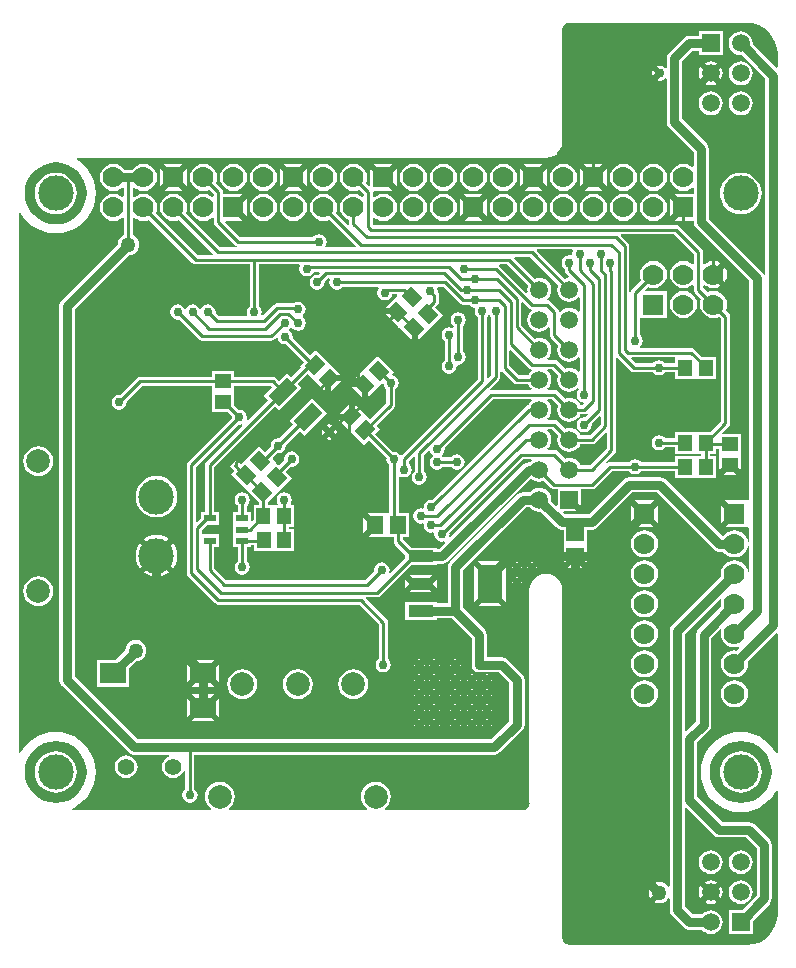
<source format=gbl>
G04 Layer_Physical_Order=2*
G04 Layer_Color=16711680*
%FSLAX25Y25*%
%MOIN*%
G70*
G01*
G75*
%ADD10R,0.05315X0.04528*%
%ADD14R,0.04528X0.05315*%
G04:AMPARAMS|DCode=20|XSize=55.12mil|YSize=45.28mil|CornerRadius=0mil|HoleSize=0mil|Usage=FLASHONLY|Rotation=315.000|XOffset=0mil|YOffset=0mil|HoleType=Round|Shape=Rectangle|*
%AMROTATEDRECTD20*
4,1,4,-0.03550,0.00348,-0.00348,0.03550,0.03550,-0.00348,0.00348,-0.03550,-0.03550,0.00348,0.0*
%
%ADD20ROTATEDRECTD20*%

%ADD27C,0.03000*%
%ADD28C,0.01000*%
%ADD30C,0.11811*%
%ADD31C,0.07874*%
%ADD32C,0.07000*%
%ADD33R,0.07000X0.07000*%
%ADD34R,0.05906X0.05906*%
%ADD35C,0.05906*%
%ADD36R,0.07000X0.07000*%
%ADD37C,0.05512*%
%ADD38C,0.01500*%
%ADD39C,0.03000*%
%ADD40C,0.05000*%
%ADD41P,0.01414X4X360.0*%
%ADD42R,0.03937X0.02362*%
G04:AMPARAMS|DCode=43|XSize=49.21mil|YSize=86.61mil|CornerRadius=0mil|HoleSize=0mil|Usage=FLASHONLY|Rotation=315.000|XOffset=0mil|YOffset=0mil|HoleType=Round|Shape=Rectangle|*
%AMROTATEDRECTD43*
4,1,4,-0.04802,-0.01322,0.01322,0.04802,0.04802,0.01322,-0.01322,-0.04802,-0.04802,-0.01322,0.0*
%
%ADD43ROTATEDRECTD43*%

G04:AMPARAMS|DCode=44|XSize=55.12mil|YSize=45.28mil|CornerRadius=0mil|HoleSize=0mil|Usage=FLASHONLY|Rotation=225.000|XOffset=0mil|YOffset=0mil|HoleType=Round|Shape=Rectangle|*
%AMROTATEDRECTD44*
4,1,4,0.00348,0.03550,0.03550,0.00348,-0.00348,-0.03550,-0.03550,-0.00348,0.00348,0.03550,0.0*
%
%ADD44ROTATEDRECTD44*%

%ADD45R,0.05512X0.04528*%
%ADD46R,0.08661X0.07087*%
%ADD47R,0.08465X0.03937*%
%ADD48R,0.08465X0.12795*%
%ADD49R,0.05512X0.05906*%
%ADD50R,0.05906X0.05512*%
%ADD51C,0.00787*%
G36*
X171341Y176496D02*
X171149Y176032D01*
X171013Y175000D01*
X171111Y174259D01*
X170637Y174026D01*
X161692Y182971D01*
X161829Y183408D01*
X161877Y183471D01*
X164366D01*
X171341Y176496D01*
D02*
G37*
G36*
X95181Y183030D02*
X95145Y182975D01*
X94951Y182000D01*
X95145Y181025D01*
X95698Y180198D01*
X96525Y179645D01*
X97500Y179451D01*
X98475Y179645D01*
X99302Y180198D01*
X99819Y180971D01*
X101654D01*
X101846Y180509D01*
X101322Y179985D01*
X101000Y180049D01*
X100024Y179855D01*
X99198Y179302D01*
X98645Y178475D01*
X98451Y177500D01*
X98645Y176524D01*
X99198Y175698D01*
X100024Y175145D01*
X101000Y174951D01*
X101976Y175145D01*
X102802Y175698D01*
X103355Y176524D01*
X103549Y177500D01*
X103485Y177822D01*
X104495Y178832D01*
X104763Y178803D01*
X104849Y178730D01*
X105112Y178309D01*
X104951Y177500D01*
X105145Y176524D01*
X105698Y175698D01*
X106525Y175145D01*
X107500Y174951D01*
X108475Y175145D01*
X109302Y175698D01*
X109485Y175971D01*
X121209D01*
X121476Y175471D01*
X121145Y174976D01*
X120951Y174000D01*
X121145Y173024D01*
X121698Y172198D01*
X122524Y171645D01*
X123500Y171451D01*
X124476Y171645D01*
X125302Y172198D01*
X125855Y173024D01*
X125944Y173471D01*
X127506D01*
X127697Y173009D01*
X127344Y172656D01*
X127119Y172430D01*
X123600Y168912D01*
X127216D01*
Y166912D01*
X123600D01*
X127747Y162766D01*
X127912Y162600D01*
X128266Y162247D01*
X132412Y158100D01*
Y161716D01*
X134412D01*
Y158100D01*
X137930Y161619D01*
X138156Y161844D01*
X138381Y162070D01*
X142900Y166588D01*
X140325Y169162D01*
X141081Y169919D01*
X141413Y170415D01*
X141529Y171000D01*
Y173000D01*
X141413Y173585D01*
X141081Y174081D01*
X140985Y174178D01*
X141049Y174500D01*
X140855Y175476D01*
X140819Y175530D01*
X141054Y175971D01*
X142867D01*
X148419Y170419D01*
X148915Y170087D01*
X149500Y169971D01*
X151515D01*
X151698Y169698D01*
X152524Y169145D01*
X153182Y169014D01*
X153500Y168951D01*
X153545Y168471D01*
X153451Y168000D01*
X153645Y167025D01*
X154198Y166198D01*
X154471Y166015D01*
Y145133D01*
X129226Y119889D01*
X128582Y119952D01*
X128348Y120302D01*
X127521Y120855D01*
X126546Y121049D01*
X126224Y120985D01*
X120348Y126861D01*
X121900Y128412D01*
X120673Y129639D01*
X126581Y135547D01*
X126913Y136043D01*
X127029Y136628D01*
Y142015D01*
X127302Y142198D01*
X127855Y143025D01*
X128049Y144000D01*
X127855Y144975D01*
X127302Y145802D01*
X126476Y146355D01*
X125973Y146455D01*
X125809Y146997D01*
X126400Y147588D01*
X121088Y152900D01*
X116570Y148381D01*
X116344Y148156D01*
X116119Y147930D01*
X112601Y144412D01*
X116216D01*
Y142716D01*
X117912D01*
Y139101D01*
X121430Y142619D01*
X121656Y142844D01*
X122503Y143691D01*
X123045Y143526D01*
X123145Y143025D01*
X123698Y142198D01*
X123971Y142015D01*
Y137262D01*
X118510Y131801D01*
X117156Y133156D01*
X116930Y133381D01*
X113412Y136899D01*
Y133284D01*
X111716D01*
Y131588D01*
X108100D01*
X111619Y128070D01*
X111844Y127844D01*
X112070Y127619D01*
X116588Y123100D01*
X118185Y124698D01*
X124061Y118822D01*
X123997Y118500D01*
X124191Y117525D01*
X124743Y116698D01*
X125016Y116515D01*
Y100453D01*
X124319D01*
X124181Y100453D01*
X123819D01*
X123681Y100453D01*
X117721D01*
X120770Y97404D01*
X119866Y96500D01*
X120770Y95596D01*
X117721Y92547D01*
X123681D01*
X123819Y92547D01*
X124181D01*
X124319Y92547D01*
X126408D01*
Y91063D01*
X126524Y90478D01*
X126856Y89982D01*
X130252Y86585D01*
Y85415D01*
X125365Y80528D01*
X124905Y80775D01*
X125049Y81500D01*
X124855Y82476D01*
X124302Y83302D01*
X123476Y83855D01*
X122500Y84049D01*
X121525Y83855D01*
X120698Y83302D01*
X120145Y82476D01*
X119951Y81500D01*
X120015Y81178D01*
X116867Y78029D01*
X70634D01*
X66616Y82047D01*
Y89079D01*
X68055D01*
Y93441D01*
X62529D01*
Y94867D01*
X64222Y96559D01*
X68055D01*
Y100921D01*
X66616D01*
Y115935D01*
X86830Y136149D01*
X88196Y134784D01*
X95735Y142322D01*
X94369Y143688D01*
X97685Y147004D01*
X99619Y145070D01*
X99844Y144844D01*
X100070Y144619D01*
X103588Y141101D01*
Y144716D01*
X105284D01*
Y146412D01*
X108899D01*
X105381Y149930D01*
X105156Y150156D01*
X104930Y150381D01*
X100412Y154900D01*
X98588Y153075D01*
X92712Y158951D01*
X92776Y159273D01*
X92582Y160248D01*
X92030Y161075D01*
X91618Y161351D01*
Y161952D01*
X91848Y162106D01*
X92002Y162337D01*
X92604D01*
X92879Y161925D01*
X93706Y161372D01*
X94681Y161178D01*
X95657Y161372D01*
X96484Y161925D01*
X97036Y162752D01*
X97230Y163727D01*
X97036Y164703D01*
X96484Y165530D01*
X96072Y165805D01*
Y166406D01*
X96302Y166560D01*
X96855Y167387D01*
X97049Y168363D01*
X96855Y169338D01*
X96302Y170165D01*
X95476Y170718D01*
X94500Y170912D01*
X93524Y170718D01*
X93106Y170438D01*
X87580D01*
X86995Y170321D01*
X86499Y169990D01*
X82898Y166389D01*
X82384Y166531D01*
X82362Y166560D01*
X82549Y167500D01*
X82355Y168475D01*
X81802Y169302D01*
X81529Y169485D01*
Y183471D01*
X94946D01*
X95181Y183030D01*
D02*
G37*
G36*
X226471Y186866D02*
Y183639D01*
X225971Y183393D01*
X225269Y183931D01*
X224175Y184384D01*
X223000Y184539D01*
X221825Y184384D01*
X220731Y183931D01*
X219791Y183209D01*
X219069Y182269D01*
X218616Y181175D01*
X218461Y180000D01*
X218616Y178825D01*
X219069Y177731D01*
X219791Y176791D01*
X220731Y176069D01*
X221825Y175616D01*
X223000Y175461D01*
X224175Y175616D01*
X225269Y176069D01*
X225971Y176607D01*
X226471Y176361D01*
Y175000D01*
X226587Y174415D01*
X226919Y173919D01*
X228922Y171915D01*
X228616Y171175D01*
X228461Y170000D01*
X228616Y168825D01*
X229069Y167731D01*
X229791Y166791D01*
X230731Y166069D01*
X231825Y165616D01*
X233000Y165461D01*
X234175Y165616D01*
X234915Y165922D01*
X235471Y165366D01*
Y131189D01*
X231940Y127657D01*
X227319D01*
X227181Y127657D01*
X226819D01*
X226681Y127657D01*
X220291D01*
Y125529D01*
X216985D01*
X216802Y125802D01*
X215975Y126355D01*
X215000Y126549D01*
X214024Y126355D01*
X213198Y125802D01*
X212645Y124976D01*
X212451Y124000D01*
X212645Y123024D01*
X213198Y122198D01*
X214024Y121645D01*
X215000Y121451D01*
X215975Y121645D01*
X216802Y122198D01*
X216985Y122471D01*
X220291D01*
Y120343D01*
X226681D01*
X226819Y120343D01*
X227181D01*
X227319Y120343D01*
X228916D01*
Y119658D01*
X227181D01*
Y119658D01*
X226819D01*
Y119658D01*
X220291D01*
Y117529D01*
X208985D01*
X208802Y117802D01*
X207976Y118355D01*
X207000Y118549D01*
X206025Y118355D01*
X205198Y117802D01*
X205015Y117529D01*
X198500D01*
X197915Y117413D01*
X197518Y117148D01*
X197199Y117536D01*
X200081Y120419D01*
X200413Y120915D01*
X200529Y121500D01*
Y152154D01*
X200991Y152346D01*
X205458Y147879D01*
X205954Y147548D01*
X206539Y147431D01*
X212818D01*
X213001Y147158D01*
X213828Y146606D01*
X214803Y146412D01*
X215779Y146606D01*
X216605Y147158D01*
X216788Y147431D01*
X220291D01*
Y145343D01*
X226819D01*
X226819Y145343D01*
X227181D01*
Y145343D01*
X227319Y145343D01*
X233709D01*
Y152657D01*
X229103D01*
X226679Y155081D01*
X226183Y155413D01*
X225598Y155529D01*
X208702D01*
X208551Y156029D01*
X208802Y156198D01*
X209355Y157025D01*
X209549Y158000D01*
X209355Y158976D01*
X208802Y159802D01*
X208529Y159985D01*
Y165500D01*
X217500D01*
Y174500D01*
X210316D01*
X210125Y174962D01*
X211085Y175922D01*
X211825Y175616D01*
X213000Y175461D01*
X214175Y175616D01*
X215269Y176069D01*
X216209Y176791D01*
X216931Y177731D01*
X217384Y178825D01*
X217539Y180000D01*
X217384Y181175D01*
X216931Y182269D01*
X216209Y183209D01*
X215269Y183931D01*
X214175Y184384D01*
X213000Y184539D01*
X211825Y184384D01*
X210731Y183931D01*
X209791Y183209D01*
X209069Y182269D01*
X208616Y181175D01*
X208461Y180000D01*
X208616Y178825D01*
X208922Y178085D01*
X205919Y175081D01*
X205587Y174585D01*
X205529Y174295D01*
X205029Y174345D01*
Y189500D01*
X204913Y190085D01*
X204581Y190581D01*
X202154Y193009D01*
X202346Y193471D01*
X219866D01*
X226471Y186866D01*
D02*
G37*
G36*
X40731Y198463D02*
X41825Y198010D01*
X43000Y197855D01*
X44175Y198010D01*
X44915Y198316D01*
X59312Y183919D01*
X59808Y183587D01*
X60394Y183471D01*
X78471D01*
Y169485D01*
X78198Y169302D01*
X77645Y168475D01*
X77451Y167500D01*
X77645Y166525D01*
X77681Y166470D01*
X77446Y166029D01*
X68133D01*
X66985Y167178D01*
X67049Y167500D01*
X66855Y168475D01*
X66302Y169302D01*
X65475Y169855D01*
X64500Y170049D01*
X63525Y169855D01*
X62698Y169302D01*
X62284Y168684D01*
X61716D01*
X61302Y169302D01*
X60475Y169855D01*
X59500Y170049D01*
X58525Y169855D01*
X57698Y169302D01*
X57284Y168684D01*
X56716D01*
X56302Y169302D01*
X55475Y169855D01*
X54500Y170049D01*
X53525Y169855D01*
X52698Y169302D01*
X52145Y168475D01*
X51951Y167500D01*
X52145Y166525D01*
X52698Y165698D01*
X53525Y165145D01*
X54500Y164951D01*
X54822Y165015D01*
X61419Y158419D01*
X61915Y158087D01*
X62500Y157971D01*
X85637D01*
X86223Y158087D01*
X86719Y158419D01*
X87235Y158935D01*
X87778Y158771D01*
X87872Y158297D01*
X88425Y157471D01*
X89252Y156918D01*
X90227Y156724D01*
X90549Y156788D01*
X96425Y150912D01*
X95100Y149588D01*
X95522Y149167D01*
X92206Y145851D01*
X90841Y147216D01*
X88153Y144528D01*
X87155Y145526D01*
X86659Y145858D01*
X86073Y145974D01*
X73158D01*
Y147709D01*
X65842D01*
Y145974D01*
X41945D01*
X41360Y145858D01*
X40863Y145526D01*
X35322Y139985D01*
X35000Y140049D01*
X34025Y139855D01*
X33198Y139302D01*
X32645Y138476D01*
X32451Y137500D01*
X32645Y136524D01*
X33198Y135698D01*
X34025Y135145D01*
X35000Y134951D01*
X35976Y135145D01*
X36802Y135698D01*
X37355Y136524D01*
X37549Y137500D01*
X37485Y137822D01*
X42578Y142915D01*
X65842D01*
Y141181D01*
X65842D01*
Y140819D01*
X65842D01*
Y134291D01*
X71046D01*
X72515Y132822D01*
X72451Y132500D01*
X72515Y132178D01*
X57919Y117581D01*
X57587Y117085D01*
X57471Y116500D01*
Y80500D01*
X57587Y79915D01*
X57919Y79419D01*
X66919Y70419D01*
X67415Y70087D01*
X68000Y69971D01*
X114866D01*
X121471Y63367D01*
Y51985D01*
X121198Y51802D01*
X120645Y50976D01*
X120451Y50000D01*
X120645Y49025D01*
X121198Y48198D01*
X122025Y47645D01*
X123000Y47451D01*
X123976Y47645D01*
X124802Y48198D01*
X125355Y49025D01*
X125549Y50000D01*
X125355Y50976D01*
X124802Y51802D01*
X124529Y51985D01*
Y64000D01*
X124413Y64585D01*
X124081Y65081D01*
X117154Y72009D01*
X117346Y72471D01*
X121000D01*
X121585Y72587D01*
X122081Y72919D01*
X132249Y83087D01*
X140717D01*
Y83506D01*
X142555D01*
X143531Y83700D01*
X144358Y84253D01*
X172240Y112135D01*
X173007Y111547D01*
X173968Y111149D01*
X175000Y111013D01*
X176032Y111149D01*
X176496Y111341D01*
X178919Y108919D01*
X179415Y108587D01*
X180000Y108471D01*
X181047D01*
Y103211D01*
X180585Y103019D01*
X178942Y104662D01*
X178987Y105000D01*
X178851Y106032D01*
X178453Y106993D01*
X177819Y107819D01*
X176993Y108453D01*
X176032Y108851D01*
X175000Y108987D01*
X173968Y108851D01*
X173007Y108453D01*
X172181Y107819D01*
X171974Y107549D01*
X169500D01*
X168525Y107355D01*
X167698Y106802D01*
X145198Y84302D01*
X144645Y83476D01*
X144451Y82500D01*
Y70494D01*
X140717D01*
Y70913D01*
X130252D01*
Y64976D01*
X140717D01*
Y65396D01*
X145944D01*
X152451Y58889D01*
Y50000D01*
X152645Y49025D01*
X153198Y48198D01*
X154025Y47645D01*
X155000Y47451D01*
X161444D01*
X164951Y43944D01*
Y31056D01*
X158944Y25049D01*
X41056D01*
X20049Y46056D01*
Y168444D01*
X38086Y186481D01*
X38914Y186590D01*
X39765Y186943D01*
X40496Y187504D01*
X41057Y188235D01*
X41410Y189086D01*
X41530Y190000D01*
X41410Y190914D01*
X41057Y191765D01*
X40496Y192496D01*
X39765Y193057D01*
X39529Y193155D01*
Y198754D01*
X40029Y199001D01*
X40731Y198463D01*
D02*
G37*
G36*
X235707Y71631D02*
X235616Y71411D01*
X235461Y70236D01*
X235570Y69411D01*
X227937Y61778D01*
X227384Y60951D01*
X227190Y59976D01*
Y31056D01*
X224011Y27876D01*
X223549Y28068D01*
Y60180D01*
X235283Y71915D01*
X235707Y71631D01*
D02*
G37*
G36*
X181341Y176496D02*
X181149Y176032D01*
X181013Y175000D01*
X181149Y173968D01*
X181547Y173007D01*
X182181Y172181D01*
X183007Y171547D01*
X183968Y171149D01*
X185000Y171013D01*
X186032Y171149D01*
X186993Y171547D01*
X187819Y172181D01*
X187971Y172378D01*
X188471Y172208D01*
Y167791D01*
X187971Y167622D01*
X187819Y167819D01*
X186993Y168453D01*
X186032Y168851D01*
X185000Y168987D01*
X183968Y168851D01*
X183007Y168453D01*
X182181Y167819D01*
X182018Y167607D01*
X181483Y167731D01*
X181413Y168085D01*
X181081Y168581D01*
X178581Y171081D01*
X178085Y171413D01*
X177732Y171483D01*
X177607Y172018D01*
X177819Y172181D01*
X178453Y173007D01*
X178851Y173968D01*
X178987Y175000D01*
X178851Y176032D01*
X178453Y176993D01*
X177819Y177819D01*
X176993Y178453D01*
X176032Y178851D01*
X175000Y178987D01*
X173968Y178851D01*
X173504Y178659D01*
X166654Y185509D01*
X166846Y185971D01*
X171867D01*
X181341Y176496D01*
D02*
G37*
G36*
Y126496D02*
X181149Y126032D01*
X181013Y125000D01*
X181149Y123968D01*
X181547Y123007D01*
X182181Y122181D01*
X183007Y121547D01*
X183968Y121149D01*
X185000Y121013D01*
X186032Y121149D01*
X186993Y121547D01*
X187819Y122181D01*
X188453Y123007D01*
X188645Y123471D01*
X192500D01*
X193085Y123587D01*
X193581Y123919D01*
X197009Y127346D01*
X197471Y127154D01*
Y122134D01*
X191867Y116529D01*
X188645D01*
X188453Y116993D01*
X187819Y117819D01*
X186993Y118453D01*
X186032Y118851D01*
X185000Y118987D01*
X183968Y118851D01*
X183504Y118659D01*
X181081Y121081D01*
X180585Y121413D01*
X180000Y121529D01*
X177792D01*
X177622Y122029D01*
X177819Y122181D01*
X178453Y123007D01*
X178851Y123968D01*
X178987Y125000D01*
X178851Y126032D01*
X178453Y126993D01*
X177819Y127819D01*
X177622Y127971D01*
X177792Y128471D01*
X179367D01*
X181341Y126496D01*
D02*
G37*
G36*
X172378Y137971D02*
X172181Y137819D01*
X171547Y136993D01*
X171342Y136498D01*
X170915Y136413D01*
X170419Y136081D01*
X139322Y104985D01*
X139000Y105049D01*
X138024Y104855D01*
X137198Y104302D01*
X136645Y103475D01*
X136451Y102500D01*
X136478Y102364D01*
X136053Y101939D01*
X135500Y102049D01*
X134525Y101855D01*
X133698Y101302D01*
X133145Y100476D01*
X132951Y99500D01*
X133145Y98524D01*
X133698Y97698D01*
X134525Y97145D01*
X135500Y96951D01*
X136053Y97061D01*
X136478Y96636D01*
X136451Y96500D01*
X136645Y95525D01*
X137198Y94698D01*
X138024Y94145D01*
X139000Y93951D01*
X139553Y94061D01*
X139978Y93636D01*
X139951Y93500D01*
X140145Y92524D01*
X140698Y91698D01*
X141525Y91145D01*
X142500Y90951D01*
X143298Y91110D01*
X143544Y90649D01*
X141499Y88604D01*
X140717D01*
Y89024D01*
X132139D01*
X129466Y91697D01*
Y92547D01*
X131693D01*
Y100453D01*
X128075D01*
Y112678D01*
X128575Y112945D01*
X129025Y112645D01*
X130000Y112451D01*
X130975Y112645D01*
X131802Y113198D01*
X132355Y114024D01*
X132549Y115000D01*
X132355Y115975D01*
X131802Y116802D01*
X131529Y116985D01*
Y117867D01*
X133009Y119346D01*
X133471Y119154D01*
Y114485D01*
X133198Y114302D01*
X132645Y113476D01*
X132451Y112500D01*
X132645Y111524D01*
X133198Y110698D01*
X134025Y110145D01*
X135000Y109951D01*
X135976Y110145D01*
X136802Y110698D01*
X137355Y111524D01*
X137549Y112500D01*
X137355Y113476D01*
X136802Y114302D01*
X136529Y114485D01*
Y119867D01*
X138111Y121448D01*
X138590Y121303D01*
X138645Y121025D01*
X139198Y120198D01*
X139493Y120000D01*
Y119500D01*
X139198Y119302D01*
X138645Y118475D01*
X138451Y117500D01*
X138645Y116525D01*
X139198Y115698D01*
X140024Y115145D01*
X141000Y114951D01*
X141975Y115145D01*
X142802Y115698D01*
X142985Y115971D01*
X145515D01*
X145698Y115698D01*
X146525Y115145D01*
X147500Y114951D01*
X148476Y115145D01*
X149302Y115698D01*
X149855Y116525D01*
X150049Y117500D01*
X149855Y118475D01*
X149302Y119302D01*
X148476Y119855D01*
X147500Y120049D01*
X146525Y119855D01*
X145698Y119302D01*
X145515Y119029D01*
X142985D01*
X142802Y119302D01*
X142507Y119500D01*
Y120000D01*
X142802Y120198D01*
X143355Y121025D01*
X143549Y122000D01*
X143485Y122322D01*
X159634Y138471D01*
X172208D01*
X172378Y137971D01*
D02*
G37*
G36*
Y117971D02*
X172181Y117819D01*
X171974Y117549D01*
X171500D01*
X170525Y117355D01*
X169698Y116802D01*
X145351Y92456D01*
X144890Y92702D01*
X145049Y93500D01*
X144985Y93822D01*
X169633Y118471D01*
X172208D01*
X172378Y117971D01*
D02*
G37*
G36*
X186181Y188030D02*
X186145Y187976D01*
X185951Y187000D01*
X185978Y186864D01*
X185553Y186439D01*
X185000Y186549D01*
X184025Y186355D01*
X183198Y185802D01*
X182645Y184976D01*
X182451Y184000D01*
X182645Y183025D01*
X183198Y182198D01*
X183471Y182015D01*
Y181500D01*
X183587Y180915D01*
X183919Y180419D01*
X184864Y179473D01*
X184685Y178945D01*
X183968Y178851D01*
X183504Y178659D01*
X174154Y188009D01*
X174346Y188471D01*
X185946D01*
X186181Y188030D01*
D02*
G37*
G36*
X15791Y217199D02*
X17725Y216612D01*
X19508Y215660D01*
X21070Y214377D01*
X22353Y212815D01*
X23305Y211032D01*
X23892Y209098D01*
X24090Y207087D01*
X23892Y205075D01*
X23305Y203141D01*
X22353Y201358D01*
X21070Y199796D01*
X19508Y198514D01*
X17725Y197561D01*
X15791Y196974D01*
X13780Y196776D01*
X11768Y196974D01*
X9834Y197561D01*
X8051Y198514D01*
X6489Y199796D01*
X5206Y201358D01*
X4254Y203141D01*
X3667Y205075D01*
X3469Y207087D01*
X3667Y209098D01*
X4254Y211032D01*
X5206Y212815D01*
X6489Y214377D01*
X8051Y215660D01*
X9834Y216612D01*
X11768Y217199D01*
X13780Y217397D01*
X15791Y217199D01*
D02*
G37*
G36*
X181341Y136496D02*
X181149Y136032D01*
X181013Y135000D01*
X181149Y133968D01*
X181547Y133007D01*
X182181Y132181D01*
X183007Y131547D01*
X183968Y131149D01*
X185000Y131013D01*
X186032Y131149D01*
X186993Y131547D01*
X187819Y132181D01*
X188453Y133007D01*
X188645Y133471D01*
X190000D01*
X190585Y133587D01*
X190982Y133852D01*
X191301Y133464D01*
X190322Y132485D01*
X190000Y132549D01*
X189024Y132355D01*
X188198Y131802D01*
X187645Y130975D01*
X187451Y130000D01*
X187645Y129025D01*
X188198Y128198D01*
X189024Y127645D01*
X190000Y127451D01*
X190975Y127645D01*
X191802Y128198D01*
X192355Y129025D01*
X192549Y130000D01*
X192485Y130322D01*
X195009Y132846D01*
X195471Y132654D01*
Y130133D01*
X191867Y126529D01*
X188645D01*
X188453Y126993D01*
X187819Y127819D01*
X186993Y128453D01*
X186032Y128851D01*
X185000Y128987D01*
X183968Y128851D01*
X183504Y128659D01*
X181081Y131081D01*
X180585Y131413D01*
X180000Y131529D01*
X177792D01*
X177622Y132029D01*
X177819Y132181D01*
X178453Y133007D01*
X178851Y133968D01*
X178987Y135000D01*
X178851Y136032D01*
X178453Y136993D01*
X177819Y137819D01*
X177622Y137971D01*
X177792Y138471D01*
X179367D01*
X181341Y136496D01*
D02*
G37*
G36*
X166419Y143919D02*
X166915Y143587D01*
X167500Y143471D01*
X171355D01*
X171547Y143007D01*
X172181Y142181D01*
X172378Y142029D01*
X172208Y141529D01*
X159000D01*
X158874Y141504D01*
X158628Y141965D01*
X161581Y144919D01*
X161913Y145415D01*
X162029Y146000D01*
Y147623D01*
X162092Y147671D01*
X162529Y147808D01*
X166419Y143919D01*
D02*
G37*
G36*
X158698Y166198D02*
X158971Y166015D01*
Y146634D01*
X157991Y145654D01*
X157529Y145846D01*
Y166015D01*
X157802Y166198D01*
X158000Y166493D01*
X158500D01*
X158698Y166198D01*
D02*
G37*
G36*
X171419Y148919D02*
X171915Y148587D01*
X172268Y148517D01*
X172393Y147982D01*
X172181Y147819D01*
X171547Y146993D01*
X171355Y146529D01*
X168133D01*
X165029Y149634D01*
Y154654D01*
X165491Y154846D01*
X171419Y148919D01*
D02*
G37*
G36*
X181341Y146496D02*
X181149Y146032D01*
X181013Y145000D01*
X181149Y143968D01*
X181547Y143007D01*
X182181Y142181D01*
X183007Y141547D01*
X183968Y141149D01*
X185000Y141013D01*
X186032Y141149D01*
X186993Y141547D01*
X187642Y142045D01*
X188145Y141896D01*
X188187Y141860D01*
X188196Y141810D01*
X188182Y141779D01*
X187645Y140975D01*
X187451Y140000D01*
X187645Y139024D01*
X188198Y138198D01*
X189024Y137645D01*
X189650Y137521D01*
X189815Y136978D01*
X189366Y136529D01*
X188645D01*
X188453Y136993D01*
X187819Y137819D01*
X186993Y138453D01*
X186032Y138851D01*
X185000Y138987D01*
X183968Y138851D01*
X183504Y138659D01*
X181081Y141081D01*
X180585Y141413D01*
X180000Y141529D01*
X177792D01*
X177622Y142029D01*
X177819Y142181D01*
X178453Y143007D01*
X178851Y143968D01*
X178987Y145000D01*
X178851Y146032D01*
X178453Y146993D01*
X177819Y147819D01*
X177622Y147971D01*
X177792Y148471D01*
X179367D01*
X181341Y146496D01*
D02*
G37*
G36*
X85990Y142366D02*
X83302Y139678D01*
X84667Y138312D01*
X77861Y131506D01*
X77400Y131752D01*
X77549Y132500D01*
X77355Y133475D01*
X76802Y134302D01*
X75976Y134855D01*
X75000Y135049D01*
X74678Y134985D01*
X73158Y136505D01*
Y140819D01*
X73158D01*
Y141181D01*
X73158D01*
Y142915D01*
X85440D01*
X85990Y142366D01*
D02*
G37*
G36*
X75994Y129639D02*
X64005Y117650D01*
X63674Y117154D01*
X63557Y116568D01*
Y100921D01*
X62118D01*
Y98781D01*
X60991Y97654D01*
X60529Y97846D01*
Y115866D01*
X74678Y130015D01*
X75000Y129951D01*
X75748Y130100D01*
X75994Y129639D01*
D02*
G37*
G36*
X171419Y168919D02*
X171915Y168587D01*
X172268Y168517D01*
X172393Y167982D01*
X172181Y167819D01*
X171547Y166993D01*
X171149Y166032D01*
X171013Y165000D01*
X171149Y163968D01*
X171547Y163007D01*
X172181Y162181D01*
X173007Y161547D01*
X173968Y161149D01*
X175000Y161013D01*
X176032Y161149D01*
X176993Y161547D01*
X177819Y162181D01*
X177971Y162378D01*
X178471Y162208D01*
Y160000D01*
X178587Y159415D01*
X178919Y158919D01*
X181341Y156496D01*
X181149Y156032D01*
X181013Y155000D01*
X181149Y153968D01*
X181547Y153007D01*
X182181Y152181D01*
X183007Y151547D01*
X183968Y151149D01*
X185000Y151013D01*
X186032Y151149D01*
X186993Y151547D01*
X187819Y152181D01*
X187971Y152378D01*
X188471Y152208D01*
Y147792D01*
X187971Y147622D01*
X187819Y147819D01*
X186993Y148453D01*
X186032Y148851D01*
X185000Y148987D01*
X183968Y148851D01*
X183504Y148659D01*
X181081Y151081D01*
X180585Y151413D01*
X180000Y151529D01*
X177792D01*
X177622Y152029D01*
X177819Y152181D01*
X178453Y153007D01*
X178851Y153968D01*
X178987Y155000D01*
X178851Y156032D01*
X178453Y156993D01*
X177819Y157819D01*
X176993Y158453D01*
X176032Y158851D01*
X175000Y158987D01*
X173968Y158851D01*
X173504Y158659D01*
X169029Y163134D01*
Y170654D01*
X169491Y170846D01*
X171419Y168919D01*
D02*
G37*
G36*
X244139Y24292D02*
X246074Y23705D01*
X247858Y22752D01*
X249421Y21469D01*
X250705Y19905D01*
X251658Y18122D01*
X252245Y16186D01*
X252443Y14173D01*
X252245Y12160D01*
X251658Y10225D01*
X250705Y8441D01*
X249421Y6878D01*
X247858Y5595D01*
X246074Y4641D01*
X244139Y4054D01*
X242126Y3856D01*
X240113Y4054D01*
X238178Y4641D01*
X236394Y5595D01*
X234831Y6878D01*
X233547Y8441D01*
X232594Y10225D01*
X232007Y12160D01*
X231809Y14173D01*
X232007Y16186D01*
X232594Y18122D01*
X233547Y19905D01*
X234831Y21469D01*
X236394Y22752D01*
X238178Y23705D01*
X240113Y24292D01*
X242126Y24490D01*
X244139Y24292D01*
D02*
G37*
G36*
X246111Y263735D02*
X248046Y263148D01*
X249828Y262195D01*
X251391Y260913D01*
X252673Y259350D01*
X253626Y257568D01*
X254213Y255633D01*
X254399Y253738D01*
X254376Y253622D01*
Y249095D01*
X253914Y248903D01*
X246068Y256749D01*
X246113Y257087D01*
X245977Y258119D01*
X245579Y259080D01*
X244945Y259906D01*
X244119Y260539D01*
X243158Y260938D01*
X242126Y261073D01*
X241094Y260938D01*
X240132Y260539D01*
X239307Y259906D01*
X238673Y259080D01*
X238275Y258119D01*
X238139Y257087D01*
X238275Y256055D01*
X238673Y255093D01*
X239307Y254268D01*
X240132Y253634D01*
X241094Y253236D01*
X242126Y253100D01*
X242464Y253144D01*
X250357Y245251D01*
Y180017D01*
X249856Y179967D01*
X249855Y179975D01*
X249302Y180802D01*
X231549Y198556D01*
Y222000D01*
X231355Y222975D01*
X230802Y223802D01*
X222549Y232056D01*
Y251031D01*
X226056Y254538D01*
X228173D01*
Y253134D01*
X236079D01*
Y261039D01*
X228173D01*
Y259636D01*
X225000D01*
X224025Y259442D01*
X223198Y258889D01*
X218198Y253889D01*
X217645Y253062D01*
X217451Y252087D01*
Y248948D01*
X216951Y248796D01*
X216889Y248889D01*
X216062Y249442D01*
X215087Y249636D01*
X214140Y249447D01*
X215794Y247794D01*
X215087Y247087D01*
X215794Y246379D01*
X214140Y244726D01*
X215087Y244538D01*
X216062Y244732D01*
X216889Y245284D01*
X216951Y245377D01*
X217451Y245225D01*
Y231000D01*
X217645Y230025D01*
X218198Y229198D01*
X226451Y220944D01*
Y216048D01*
X225951Y215801D01*
X225269Y216324D01*
X224175Y216778D01*
X223000Y216933D01*
X221825Y216778D01*
X220731Y216324D01*
X219791Y215603D01*
X219069Y214663D01*
X218616Y213568D01*
X218461Y212394D01*
X218616Y211219D01*
X219069Y210124D01*
X219791Y209184D01*
X220731Y208463D01*
X221825Y208010D01*
X223000Y207855D01*
X224175Y208010D01*
X225269Y208463D01*
X225951Y208986D01*
X226451Y208739D01*
Y206894D01*
X219914D01*
X223707Y203101D01*
X223000Y202394D01*
X223707Y201687D01*
X219914Y197894D01*
X226451D01*
Y197500D01*
X226645Y196525D01*
X227198Y195698D01*
X244951Y177944D01*
Y104855D01*
X244500Y104736D01*
X244451Y104736D01*
X236914D01*
X240707Y100943D01*
X240000Y100236D01*
X240707Y99529D01*
X236914Y95736D01*
X244451D01*
X244500Y95736D01*
X244951Y95618D01*
Y90936D01*
X244451Y90903D01*
X244384Y91411D01*
X243931Y92506D01*
X243209Y93446D01*
X242269Y94167D01*
X241175Y94620D01*
X240000Y94775D01*
X238825Y94620D01*
X237731Y94167D01*
X236791Y93446D01*
X236460Y93015D01*
X235858Y92983D01*
X217039Y111802D01*
X216212Y112355D01*
X215236Y112549D01*
X205000D01*
X204025Y112355D01*
X203198Y111802D01*
X191444Y100049D01*
X183556D01*
X183019Y100585D01*
X183211Y101047D01*
X187539D01*
X184293Y104293D01*
X185707Y105707D01*
X188953Y102462D01*
Y108471D01*
X192500D01*
X193085Y108587D01*
X193581Y108919D01*
X199134Y114471D01*
X205015D01*
X205198Y114198D01*
X206025Y113645D01*
X207000Y113451D01*
X207976Y113645D01*
X208802Y114198D01*
X208985Y114471D01*
X220291D01*
Y112343D01*
X226819D01*
Y112343D01*
X227181D01*
Y112343D01*
X233709D01*
Y119658D01*
X231974D01*
Y120343D01*
X233709D01*
Y121915D01*
X234744D01*
Y120319D01*
X234744Y120181D01*
Y119819D01*
X234744Y119681D01*
Y114706D01*
X237301Y117262D01*
X238500Y116063D01*
X239699Y117262D01*
X242256Y114706D01*
Y119681D01*
X242256Y119819D01*
Y120181D01*
X242256Y120319D01*
Y126709D01*
X235970D01*
X235778Y127171D01*
X238081Y129474D01*
X238413Y129970D01*
X238529Y130555D01*
Y166000D01*
X238413Y166585D01*
X238081Y167081D01*
X237078Y168085D01*
X237384Y168825D01*
X237539Y170000D01*
X237384Y171175D01*
X236931Y172269D01*
X236209Y173209D01*
X235269Y173931D01*
X234175Y174384D01*
X233000Y174539D01*
X231825Y174384D01*
X231085Y174078D01*
X229529Y175634D01*
Y176361D01*
X230029Y176607D01*
X230731Y176069D01*
X231825Y175616D01*
X233000Y175461D01*
X234175Y175616D01*
X235269Y176069D01*
X235409Y176177D01*
X232293Y179293D01*
X233000Y180000D01*
X232293Y180707D01*
X235409Y183824D01*
X235269Y183931D01*
X234175Y184384D01*
X233000Y184539D01*
X231825Y184384D01*
X230731Y183931D01*
X230029Y183393D01*
X229529Y183639D01*
Y187500D01*
X229413Y188085D01*
X229081Y188581D01*
X221581Y196081D01*
X221085Y196413D01*
X220500Y196529D01*
X119633D01*
X119529Y196634D01*
Y198754D01*
X120029Y199001D01*
X120731Y198463D01*
X121825Y198010D01*
X123000Y197855D01*
X124175Y198010D01*
X125269Y198463D01*
X126209Y199184D01*
X126931Y200124D01*
X127384Y201219D01*
X127539Y202394D01*
X127384Y203568D01*
X126931Y204663D01*
X126209Y205603D01*
X125269Y206324D01*
X124175Y206778D01*
X123000Y206932D01*
X121825Y206778D01*
X120731Y206324D01*
X120029Y205786D01*
X119529Y206033D01*
Y207394D01*
X119507Y207507D01*
X119824Y207894D01*
X126086D01*
X122293Y211687D01*
X118500Y215479D01*
Y209710D01*
X118038Y209519D01*
X117078Y210479D01*
X117384Y211219D01*
X117539Y212394D01*
X117384Y213568D01*
X116931Y214663D01*
X116209Y215603D01*
X115269Y216324D01*
X114175Y216778D01*
X113000Y216933D01*
X111825Y216778D01*
X110731Y216324D01*
X109791Y215603D01*
X109069Y214663D01*
X108616Y213568D01*
X108461Y212394D01*
X108616Y211219D01*
X109069Y210124D01*
X109791Y209184D01*
X110731Y208463D01*
X111825Y208010D01*
X113000Y207855D01*
X114175Y208010D01*
X114915Y208316D01*
X116471Y206760D01*
Y206033D01*
X115971Y205786D01*
X115269Y206324D01*
X114175Y206778D01*
X113000Y206932D01*
X111825Y206778D01*
X110731Y206324D01*
X109791Y205603D01*
X109069Y204663D01*
X108616Y203568D01*
X108461Y202394D01*
X108616Y201219D01*
X109069Y200124D01*
X109791Y199184D01*
X110731Y198463D01*
X111471Y198156D01*
Y197000D01*
X111522Y196742D01*
X111061Y196495D01*
X107078Y200479D01*
X107384Y201219D01*
X107539Y202394D01*
X107384Y203568D01*
X106931Y204663D01*
X106209Y205603D01*
X105269Y206324D01*
X104175Y206778D01*
X103000Y206932D01*
X101825Y206778D01*
X100731Y206324D01*
X99791Y205603D01*
X99069Y204663D01*
X98616Y203568D01*
X98461Y202394D01*
X98616Y201219D01*
X99069Y200124D01*
X99791Y199184D01*
X100731Y198463D01*
X101825Y198010D01*
X103000Y197855D01*
X104175Y198010D01*
X104915Y198316D01*
X113740Y189491D01*
X113548Y189029D01*
X103791D01*
X103524Y189529D01*
X103855Y190024D01*
X104049Y191000D01*
X103855Y191975D01*
X103302Y192802D01*
X102476Y193355D01*
X101500Y193549D01*
X100524Y193355D01*
X99698Y192802D01*
X99515Y192529D01*
X75134D01*
X70231Y197432D01*
X70423Y197894D01*
X76086D01*
X72293Y201687D01*
X73000Y202394D01*
X72293Y203101D01*
X76086Y206894D01*
X69529D01*
Y207394D01*
X69413Y207979D01*
X69081Y208475D01*
X67078Y210479D01*
X67384Y211219D01*
X67539Y212394D01*
X67384Y213568D01*
X66931Y214663D01*
X66209Y215603D01*
X65269Y216324D01*
X64175Y216778D01*
X63000Y216933D01*
X61825Y216778D01*
X60731Y216324D01*
X59791Y215603D01*
X59069Y214663D01*
X58616Y213568D01*
X58461Y212394D01*
X58616Y211219D01*
X59069Y210124D01*
X59791Y209184D01*
X60731Y208463D01*
X61825Y208010D01*
X63000Y207855D01*
X64175Y208010D01*
X64915Y208316D01*
X66471Y206760D01*
Y206033D01*
X65971Y205786D01*
X65269Y206324D01*
X64175Y206778D01*
X63000Y206932D01*
X61825Y206778D01*
X60731Y206324D01*
X59791Y205603D01*
X59069Y204663D01*
X58616Y203568D01*
X58461Y202394D01*
X58616Y201219D01*
X59069Y200124D01*
X59791Y199184D01*
X60731Y198463D01*
X61825Y198010D01*
X63000Y197855D01*
X64175Y198010D01*
X65269Y198463D01*
X65971Y199001D01*
X66471Y198754D01*
Y197500D01*
X66587Y196915D01*
X66919Y196419D01*
X73419Y189919D01*
X73915Y189587D01*
X74204Y189529D01*
X74155Y189029D01*
X68527D01*
X57078Y200479D01*
X57384Y201219D01*
X57539Y202394D01*
X57384Y203568D01*
X56931Y204663D01*
X56209Y205603D01*
X55269Y206324D01*
X54175Y206778D01*
X53000Y206932D01*
X51825Y206778D01*
X50731Y206324D01*
X49791Y205603D01*
X49069Y204663D01*
X48616Y203568D01*
X48461Y202394D01*
X48616Y201219D01*
X49069Y200124D01*
X49791Y199184D01*
X50731Y198463D01*
X51825Y198010D01*
X53000Y197855D01*
X54175Y198010D01*
X54915Y198316D01*
X66240Y186991D01*
X66048Y186529D01*
X61027D01*
X47078Y200479D01*
X47384Y201219D01*
X47539Y202394D01*
X47384Y203568D01*
X46931Y204663D01*
X46209Y205603D01*
X45269Y206324D01*
X44175Y206778D01*
X43000Y206932D01*
X41825Y206778D01*
X40731Y206324D01*
X40029Y205786D01*
X39529Y206033D01*
Y208754D01*
X40029Y209001D01*
X40731Y208463D01*
X41825Y208010D01*
X43000Y207855D01*
X44175Y208010D01*
X45269Y208463D01*
X46209Y209184D01*
X46931Y210124D01*
X47384Y211219D01*
X47539Y212394D01*
X47384Y213568D01*
X46931Y214663D01*
X46209Y215603D01*
X45269Y216324D01*
X44175Y216778D01*
X43000Y216933D01*
X41825Y216778D01*
X40731Y216324D01*
X39791Y215603D01*
X39284Y214943D01*
X36716D01*
X36209Y215603D01*
X35269Y216324D01*
X34175Y216778D01*
X33000Y216933D01*
X31825Y216778D01*
X30731Y216324D01*
X29791Y215603D01*
X29069Y214663D01*
X28616Y213568D01*
X28461Y212394D01*
X28616Y211219D01*
X29069Y210124D01*
X29791Y209184D01*
X30731Y208463D01*
X31825Y208010D01*
X33000Y207855D01*
X34175Y208010D01*
X35269Y208463D01*
X35971Y209001D01*
X36471Y208754D01*
Y206033D01*
X35971Y205786D01*
X35269Y206324D01*
X34175Y206778D01*
X33000Y206932D01*
X31825Y206778D01*
X30731Y206324D01*
X29791Y205603D01*
X29069Y204663D01*
X28616Y203568D01*
X28461Y202394D01*
X28616Y201219D01*
X29069Y200124D01*
X29791Y199184D01*
X30731Y198463D01*
X31825Y198010D01*
X33000Y197855D01*
X34175Y198010D01*
X35269Y198463D01*
X35971Y199001D01*
X36471Y198754D01*
Y193155D01*
X36235Y193057D01*
X35504Y192496D01*
X34943Y191765D01*
X34590Y190914D01*
X34481Y190086D01*
X15698Y171302D01*
X15145Y170475D01*
X14951Y169500D01*
Y45000D01*
X15145Y44025D01*
X15698Y43198D01*
X38198Y20698D01*
X39024Y20145D01*
X40000Y19951D01*
X51417D01*
X51517Y19451D01*
X51106Y19281D01*
X50321Y18679D01*
X49719Y17894D01*
X49341Y16981D01*
X49212Y16000D01*
X49341Y15020D01*
X49719Y14106D01*
X50321Y13321D01*
X51106Y12719D01*
X52020Y12341D01*
X53000Y12212D01*
X53980Y12341D01*
X54894Y12719D01*
X55679Y13321D01*
X56281Y14106D01*
X56471Y14564D01*
X56971Y14465D01*
Y8485D01*
X56698Y8302D01*
X56145Y7475D01*
X55951Y6500D01*
X56145Y5525D01*
X56698Y4698D01*
X57525Y4145D01*
X58500Y3951D01*
X59475Y4145D01*
X60302Y4698D01*
X60855Y5525D01*
X61049Y6500D01*
X60855Y7475D01*
X60302Y8302D01*
X60029Y8485D01*
Y19951D01*
X160000D01*
X160976Y20145D01*
X161802Y20698D01*
X169302Y28198D01*
X169855Y29024D01*
X170049Y30000D01*
Y45000D01*
X169855Y45976D01*
X169302Y46802D01*
X164302Y51802D01*
X163476Y52355D01*
X162500Y52549D01*
X157549D01*
Y59945D01*
X157355Y60920D01*
X156802Y61747D01*
X149549Y69001D01*
Y81444D01*
X170556Y102451D01*
X171974D01*
X172181Y102181D01*
X173007Y101547D01*
X173968Y101149D01*
X175000Y101013D01*
X175338Y101058D01*
X180698Y95698D01*
X181525Y95145D01*
X182500Y94951D01*
X183047D01*
Y90319D01*
X183047Y90181D01*
Y89819D01*
X183047Y89681D01*
Y83721D01*
X186096Y86770D01*
X187000Y85866D01*
X187904Y86770D01*
X190953Y83721D01*
Y89681D01*
X190953Y89819D01*
Y90181D01*
X190953Y90319D01*
Y94951D01*
X192500D01*
X193475Y95145D01*
X194302Y95698D01*
X206056Y107451D01*
X214180D01*
X233198Y88434D01*
X234025Y87881D01*
X235000Y87687D01*
X236284D01*
X236791Y87027D01*
X237731Y86305D01*
X238825Y85852D01*
X240000Y85697D01*
X241175Y85852D01*
X242269Y86305D01*
X243209Y87027D01*
X243931Y87967D01*
X244384Y89061D01*
X244451Y89569D01*
X244951Y89536D01*
Y80936D01*
X244451Y80903D01*
X244384Y81411D01*
X243931Y82506D01*
X243209Y83446D01*
X242269Y84167D01*
X241175Y84620D01*
X240000Y84775D01*
X238825Y84620D01*
X237731Y84167D01*
X236791Y83446D01*
X236069Y82506D01*
X235616Y81411D01*
X235461Y80236D01*
X235570Y79411D01*
X219198Y63039D01*
X218645Y62212D01*
X218451Y61236D01*
Y-23927D01*
X217951Y-24096D01*
X217496Y-23504D01*
X216765Y-22943D01*
X215914Y-22590D01*
X215000Y-22470D01*
X214086Y-22590D01*
X213321Y-22907D01*
X215707Y-25293D01*
X215000Y-26000D01*
X215707Y-26707D01*
X213321Y-29093D01*
X214086Y-29410D01*
X215000Y-29530D01*
X215914Y-29410D01*
X216765Y-29057D01*
X217496Y-28496D01*
X217951Y-27904D01*
X218451Y-28073D01*
Y-31827D01*
X218645Y-32802D01*
X219198Y-33629D01*
X223198Y-37629D01*
X224025Y-38182D01*
X225000Y-38376D01*
X229099D01*
X229307Y-38646D01*
X230133Y-39279D01*
X231094Y-39678D01*
X232126Y-39814D01*
X233158Y-39678D01*
X234119Y-39279D01*
X234945Y-38646D01*
X235579Y-37820D01*
X235977Y-36859D01*
X236113Y-35827D01*
X235977Y-34795D01*
X235579Y-33833D01*
X234945Y-33008D01*
X234119Y-32374D01*
X233158Y-31976D01*
X232126Y-31840D01*
X231094Y-31976D01*
X230133Y-32374D01*
X229307Y-33008D01*
X229099Y-33278D01*
X226056D01*
X223549Y-30771D01*
Y2193D01*
X224011Y2384D01*
X233198Y-6802D01*
X234025Y-7355D01*
X235000Y-7549D01*
X243944D01*
X247451Y-11056D01*
Y-26897D01*
X242474Y-31874D01*
X238173D01*
Y-39780D01*
X246079D01*
Y-35479D01*
X251802Y-29755D01*
X252355Y-28928D01*
X252549Y-27953D01*
Y-10000D01*
X252355Y-9025D01*
X251802Y-8198D01*
X246802Y-3198D01*
X245975Y-2645D01*
X245000Y-2451D01*
X236056D01*
X227549Y6056D01*
Y24205D01*
X231542Y28198D01*
X232094Y29024D01*
X232288Y30000D01*
Y58920D01*
X235283Y61915D01*
X235707Y61632D01*
X235616Y61411D01*
X235461Y60236D01*
X235616Y59061D01*
X236069Y57967D01*
X236791Y57027D01*
X237731Y56305D01*
X238825Y55852D01*
X240000Y55697D01*
X241175Y55852D01*
X241395Y55943D01*
X241679Y55519D01*
X240825Y54666D01*
X240000Y54775D01*
X238825Y54620D01*
X237731Y54167D01*
X236791Y53446D01*
X236069Y52506D01*
X235616Y51411D01*
X235461Y50236D01*
X235616Y49062D01*
X236069Y47967D01*
X236791Y47027D01*
X237731Y46306D01*
X238825Y45852D01*
X240000Y45697D01*
X241175Y45852D01*
X242269Y46306D01*
X243209Y47027D01*
X243931Y47967D01*
X244384Y49062D01*
X244539Y50236D01*
X244430Y51062D01*
X253914Y60546D01*
X254376Y60354D01*
Y20628D01*
X253876Y20487D01*
X252933Y22025D01*
X251572Y23619D01*
X249978Y24981D01*
X248191Y26076D01*
X246254Y26878D01*
X244216Y27367D01*
X242126Y27532D01*
X240036Y27367D01*
X237998Y26878D01*
X236061Y26076D01*
X234274Y24981D01*
X232680Y23619D01*
X231318Y22025D01*
X230223Y20238D01*
X229421Y18301D01*
X228932Y16263D01*
X228767Y14173D01*
X228932Y12083D01*
X229421Y10045D01*
X230223Y8108D01*
X231318Y6321D01*
X232680Y4727D01*
X234274Y3366D01*
X236061Y2270D01*
X237998Y1468D01*
X240036Y979D01*
X242126Y814D01*
X244216Y979D01*
X246254Y1468D01*
X248191Y2270D01*
X249978Y3366D01*
X251572Y4727D01*
X252933Y6321D01*
X253876Y7859D01*
X254376Y7718D01*
Y-33150D01*
X254396Y-33247D01*
X254207Y-35161D01*
X253620Y-37095D01*
X252667Y-38878D01*
X251385Y-40440D01*
X249823Y-41723D01*
X248040Y-42675D01*
X246106Y-43262D01*
X244192Y-43451D01*
X244094Y-43431D01*
X185039D01*
X184974Y-43444D01*
X184108Y-43272D01*
X183318Y-42745D01*
X182791Y-41955D01*
X182619Y-41089D01*
X182632Y-41024D01*
Y74803D01*
X182649D01*
X182462Y76222D01*
X181915Y77545D01*
X181043Y78681D01*
X179907Y79552D01*
X178585Y80100D01*
X177165Y80287D01*
X175746Y80100D01*
X174423Y79552D01*
X173288Y78681D01*
X172416Y77545D01*
X171868Y76222D01*
X171681Y74803D01*
X171699D01*
Y3937D01*
X171712Y3871D01*
X171540Y3006D01*
X171012Y2216D01*
X170223Y1688D01*
X169357Y1516D01*
X169291Y1529D01*
X123605D01*
X123435Y2029D01*
X124021Y2479D01*
X124812Y3510D01*
X125310Y4711D01*
X125480Y6000D01*
X125310Y7289D01*
X124812Y8490D01*
X124021Y9521D01*
X122990Y10312D01*
X121789Y10810D01*
X120500Y10980D01*
X119211Y10810D01*
X118010Y10312D01*
X116979Y9521D01*
X116188Y8490D01*
X115690Y7289D01*
X115520Y6000D01*
X115690Y4711D01*
X116188Y3510D01*
X116979Y2479D01*
X117565Y2029D01*
X117395Y1529D01*
X71605D01*
X71435Y2029D01*
X72021Y2479D01*
X72812Y3510D01*
X73310Y4711D01*
X73480Y6000D01*
X73310Y7289D01*
X72812Y8490D01*
X72021Y9521D01*
X70990Y10312D01*
X69789Y10810D01*
X68500Y10980D01*
X67211Y10810D01*
X66010Y10312D01*
X64979Y9521D01*
X64188Y8490D01*
X63690Y7289D01*
X63520Y6000D01*
X63690Y4711D01*
X64188Y3510D01*
X64979Y2479D01*
X65565Y2029D01*
X65395Y1529D01*
X19337D01*
X19239Y2020D01*
X19844Y2270D01*
X21632Y3366D01*
X23226Y4727D01*
X24587Y6321D01*
X25682Y8108D01*
X26485Y10045D01*
X26974Y12083D01*
X27138Y14173D01*
X26974Y16263D01*
X26485Y18301D01*
X25682Y20238D01*
X24587Y22025D01*
X23226Y23619D01*
X21632Y24981D01*
X19844Y26076D01*
X17908Y26878D01*
X15869Y27367D01*
X13780Y27532D01*
X11690Y27367D01*
X9651Y26878D01*
X7715Y26076D01*
X5927Y24981D01*
X4333Y23619D01*
X2972Y22025D01*
X2029Y20487D01*
X1529Y20628D01*
Y147638D01*
Y200644D01*
X2029Y200785D01*
X2977Y199238D01*
X4338Y197645D01*
X5931Y196284D01*
X7718Y195190D01*
X9653Y194388D01*
X11691Y193899D01*
X13780Y193734D01*
X15868Y193899D01*
X17906Y194388D01*
X19841Y195190D01*
X21628Y196284D01*
X23221Y197645D01*
X24582Y199238D01*
X25676Y201025D01*
X26478Y202961D01*
X26967Y204998D01*
X27132Y207087D01*
X26967Y209175D01*
X26478Y211213D01*
X25676Y213148D01*
X24582Y214935D01*
X23221Y216528D01*
X21628Y217889D01*
X20693Y218462D01*
X20828Y218943D01*
X177132D01*
X177362Y218989D01*
X178552Y219145D01*
X179874Y219693D01*
X180274Y220000D01*
X181000D01*
Y220557D01*
X181010Y220565D01*
X181882Y221700D01*
X182430Y223023D01*
X182586Y224213D01*
X182632Y224442D01*
Y261297D01*
X182665Y261463D01*
X182665D01*
X182644Y261489D01*
X182824Y262394D01*
X183352Y263184D01*
X184141Y263712D01*
X185047Y263892D01*
X185072Y263871D01*
Y263871D01*
X185238Y263904D01*
X244100D01*
X244198Y263923D01*
X246111Y263735D01*
D02*
G37*
G36*
X15792Y24292D02*
X17728Y23705D01*
X19512Y22752D01*
X21075Y21469D01*
X22358Y19905D01*
X23311Y18122D01*
X23899Y16186D01*
X24097Y14173D01*
X23899Y12160D01*
X23311Y10225D01*
X22358Y8441D01*
X21075Y6878D01*
X19512Y5595D01*
X17728Y4641D01*
X15792Y4054D01*
X13780Y3856D01*
X11767Y4054D01*
X9831Y4641D01*
X8048Y5595D01*
X6484Y6878D01*
X5201Y8441D01*
X4248Y10225D01*
X3661Y12160D01*
X3462Y14173D01*
X3661Y16186D01*
X4248Y18122D01*
X5201Y19905D01*
X6484Y21469D01*
X8048Y22752D01*
X9831Y23705D01*
X11767Y24292D01*
X13780Y24490D01*
X15792Y24292D01*
D02*
G37*
G36*
X220291Y150490D02*
X216788D01*
X216605Y150763D01*
X215779Y151316D01*
X214803Y151510D01*
X213828Y151316D01*
X213001Y150763D01*
X212818Y150490D01*
X207173D01*
X205654Y152009D01*
X205846Y152471D01*
X220291D01*
Y150490D01*
D02*
G37*
%LPC*%
G36*
X105000Y126086D02*
X104053Y125139D01*
X105000Y124951D01*
X105947Y125139D01*
X105000Y126086D01*
D02*
G37*
G36*
X99331Y138726D02*
X91793Y131187D01*
X92931Y130048D01*
X88322Y125439D01*
X88000Y125503D01*
X87024Y125309D01*
X86198Y124757D01*
X85645Y123930D01*
X85451Y122954D01*
X85515Y122632D01*
X83685Y120802D01*
X81588Y122900D01*
X77070Y118381D01*
X76844Y118156D01*
X75405Y116717D01*
X73956Y118165D01*
X71835Y116044D01*
X73283Y114595D01*
X72100Y113412D01*
X77412Y108100D01*
X77601Y107912D01*
X81471Y104042D01*
Y103157D01*
X79736D01*
Y98399D01*
X79344Y98007D01*
X78882Y98198D01*
Y100921D01*
X77443D01*
Y102957D01*
X77802Y103198D01*
X78355Y104025D01*
X78549Y105000D01*
X78355Y105975D01*
X77802Y106802D01*
X76976Y107355D01*
X76000Y107549D01*
X75024Y107355D01*
X74198Y106802D01*
X73645Y105975D01*
X73451Y105000D01*
X73645Y104025D01*
X74198Y103198D01*
X74384Y103073D01*
Y100921D01*
X72945D01*
Y96559D01*
Y92819D01*
Y89079D01*
X74384D01*
Y84427D01*
X74198Y84302D01*
X73645Y83476D01*
X73451Y82500D01*
X73645Y81524D01*
X74198Y80698D01*
X75024Y80145D01*
X76000Y79951D01*
X76976Y80145D01*
X77802Y80698D01*
X78355Y81524D01*
X78549Y82500D01*
X78355Y83476D01*
X77802Y84302D01*
X77443Y84543D01*
Y89079D01*
X78882D01*
Y89731D01*
X79791D01*
Y87843D01*
X86181D01*
X86319Y87843D01*
X86681D01*
X86819Y87843D01*
X93209D01*
Y95157D01*
X91474D01*
Y95842D01*
X93154D01*
Y103157D01*
X92377D01*
X92110Y103657D01*
X92355Y104025D01*
X92549Y105000D01*
X92355Y105975D01*
X91802Y106802D01*
X90975Y107355D01*
X90000Y107549D01*
X89025Y107355D01*
X88198Y106802D01*
X87645Y105975D01*
X87451Y105000D01*
X87645Y104025D01*
X87890Y103657D01*
X87623Y103157D01*
X86764D01*
X86626Y103157D01*
X86264D01*
X86126Y103157D01*
X84529D01*
Y104218D01*
X87430Y107119D01*
X87656Y107344D01*
X87881Y107570D01*
X92400Y112088D01*
X90302Y114185D01*
X92132Y116015D01*
X92454Y115951D01*
X93430Y116145D01*
X94257Y116698D01*
X94809Y117525D01*
X95003Y118500D01*
X94809Y119475D01*
X94257Y120302D01*
X93430Y120855D01*
X92454Y121049D01*
X91479Y120855D01*
X90652Y120302D01*
X90099Y119475D01*
X89905Y118500D01*
X89969Y118178D01*
X88139Y116348D01*
X87253Y117234D01*
X87088Y117400D01*
X86098Y118389D01*
X86098Y118889D01*
X87678Y120469D01*
X88000Y120405D01*
X88976Y120599D01*
X89802Y121152D01*
X90355Y121979D01*
X90549Y122954D01*
X90485Y123276D01*
X95094Y127885D01*
X96687Y126293D01*
X104226Y133832D01*
X99331Y138726D01*
D02*
G37*
G36*
X102639Y128446D02*
X102451Y127500D01*
X102639Y126553D01*
X103586Y127500D01*
X102639Y128446D01*
D02*
G37*
G36*
X107361Y128446D02*
X106414Y127500D01*
X107361Y126553D01*
X107549Y127500D01*
X107361Y128446D01*
D02*
G37*
G36*
X108900Y144412D02*
X105588D01*
Y141100D01*
X108900Y144412D01*
D02*
G37*
G36*
X148000Y167549D02*
X147025Y167355D01*
X146198Y166802D01*
X145645Y165975D01*
X145451Y165000D01*
X145645Y164024D01*
X146198Y163198D01*
X146466Y163018D01*
X146457Y162547D01*
X146030Y162319D01*
X145975Y162355D01*
X145000Y162549D01*
X144025Y162355D01*
X143198Y161802D01*
X142645Y160976D01*
X142451Y160000D01*
X142645Y159025D01*
X143198Y158198D01*
X143471Y158015D01*
Y151485D01*
X143198Y151302D01*
X142645Y150476D01*
X142451Y149500D01*
X142645Y148524D01*
X143198Y147698D01*
X144025Y147145D01*
X145000Y146951D01*
X145975Y147145D01*
X146802Y147698D01*
X147355Y148524D01*
X147549Y149500D01*
X147525Y149622D01*
X147878Y149975D01*
X148000Y149951D01*
X148976Y150145D01*
X149802Y150698D01*
X150355Y151524D01*
X150549Y152500D01*
X150355Y153475D01*
X149802Y154302D01*
X149529Y154485D01*
Y163015D01*
X149802Y163198D01*
X150355Y164024D01*
X150549Y165000D01*
X150355Y165975D01*
X149802Y166802D01*
X148976Y167355D01*
X148000Y167549D01*
D02*
G37*
G36*
X105000Y130049D02*
X104053Y129861D01*
X105000Y128914D01*
X105947Y129861D01*
X105000Y130049D01*
D02*
G37*
G36*
X111412Y136900D02*
X108100Y133588D01*
X111412D01*
Y136900D01*
D02*
G37*
G36*
X112600Y142412D02*
X115912Y139100D01*
Y142412D01*
X112600D01*
D02*
G37*
G36*
X116307Y99038D02*
Y93962D01*
X118846Y96500D01*
X116307Y99038D01*
D02*
G37*
G36*
X223000Y174539D02*
X221825Y174384D01*
X220731Y173931D01*
X219791Y173209D01*
X219069Y172269D01*
X218616Y171175D01*
X218461Y170000D01*
X218616Y168825D01*
X219069Y167731D01*
X219791Y166791D01*
X220731Y166069D01*
X221825Y165616D01*
X223000Y165461D01*
X224175Y165616D01*
X225269Y166069D01*
X226209Y166791D01*
X226931Y167731D01*
X227384Y168825D01*
X227539Y170000D01*
X227384Y171175D01*
X226931Y172269D01*
X226209Y173209D01*
X225269Y173931D01*
X224175Y174384D01*
X223000Y174539D01*
D02*
G37*
G36*
X138277Y40309D02*
X138216Y40000D01*
X138277Y39691D01*
X138586Y40000D01*
X138277Y40309D01*
D02*
G37*
G36*
X150777D02*
X150716Y40000D01*
X150777Y39691D01*
X151086Y40000D01*
X150777Y40309D01*
D02*
G37*
G36*
X145277D02*
X145216Y40000D01*
X145277Y39691D01*
X145586Y40000D01*
X145277Y40309D01*
D02*
G37*
G36*
X141723Y40309D02*
X141414Y40000D01*
X141723Y39691D01*
X141784Y40000D01*
X141723Y40309D01*
D02*
G37*
G36*
X154223D02*
X153914Y40000D01*
X154223Y39691D01*
X154284Y40000D01*
X154223Y40309D01*
D02*
G37*
G36*
X136723D02*
X136414Y40000D01*
X136723Y39691D01*
X136784Y40000D01*
X136723Y40309D01*
D02*
G37*
G36*
X155777Y40309D02*
X155716Y40000D01*
X155777Y39691D01*
X156086Y40000D01*
X155777Y40309D01*
D02*
G37*
G36*
X152500Y38586D02*
X152191Y38277D01*
X152500Y38216D01*
X152809Y38277D01*
X152500Y38586D01*
D02*
G37*
G36*
X157500D02*
X157191Y38277D01*
X157500Y38216D01*
X157809Y38277D01*
X157500Y38586D01*
D02*
G37*
G36*
X147000D02*
X146691Y38277D01*
X147000Y38216D01*
X147309Y38277D01*
X147000Y38586D01*
D02*
G37*
G36*
X140000D02*
X139691Y38277D01*
X140000Y38216D01*
X140309Y38277D01*
X140000Y38586D01*
D02*
G37*
G36*
X113000Y48480D02*
X111711Y48310D01*
X110510Y47813D01*
X109479Y47021D01*
X108687Y45990D01*
X108190Y44789D01*
X108020Y43500D01*
X108190Y42211D01*
X108687Y41010D01*
X109479Y39979D01*
X110510Y39187D01*
X111711Y38690D01*
X113000Y38520D01*
X114289Y38690D01*
X115490Y39187D01*
X116521Y39979D01*
X117313Y41010D01*
X117810Y42211D01*
X117980Y43500D01*
X117810Y44789D01*
X117313Y45990D01*
X116521Y47021D01*
X115490Y47813D01*
X114289Y48310D01*
X113000Y48480D01*
D02*
G37*
G36*
X133277Y40309D02*
X133216Y40000D01*
X133277Y39691D01*
X133586Y40000D01*
X133277Y40309D01*
D02*
G37*
G36*
X76000Y48480D02*
X74711Y48310D01*
X73510Y47813D01*
X72479Y47021D01*
X71688Y45990D01*
X71190Y44789D01*
X71020Y43500D01*
X71190Y42211D01*
X71688Y41010D01*
X72479Y39979D01*
X73510Y39187D01*
X74711Y38690D01*
X76000Y38520D01*
X77289Y38690D01*
X78490Y39187D01*
X79521Y39979D01*
X80313Y41010D01*
X80810Y42211D01*
X80980Y43500D01*
X80810Y44789D01*
X80313Y45990D01*
X79521Y47021D01*
X78490Y47813D01*
X77289Y48310D01*
X76000Y48480D01*
D02*
G37*
G36*
X94500D02*
X93211Y48310D01*
X92010Y47813D01*
X90979Y47021D01*
X90188Y45990D01*
X89690Y44789D01*
X89520Y43500D01*
X89690Y42211D01*
X90188Y41010D01*
X90979Y39979D01*
X92010Y39187D01*
X93211Y38690D01*
X94500Y38520D01*
X95789Y38690D01*
X96990Y39187D01*
X98021Y39979D01*
X98813Y41010D01*
X99310Y42211D01*
X99480Y43500D01*
X99310Y44789D01*
X98813Y45990D01*
X98021Y47021D01*
X96990Y47813D01*
X95789Y48310D01*
X94500Y48480D01*
D02*
G37*
G36*
X148723Y40309D02*
X148414Y40000D01*
X148723Y39691D01*
X148784Y40000D01*
X148723Y40309D01*
D02*
G37*
G36*
Y45309D02*
X148414Y45000D01*
X148723Y44691D01*
X148784Y45000D01*
X148723Y45309D01*
D02*
G37*
G36*
X141723D02*
X141414Y45000D01*
X141723Y44691D01*
X141784Y45000D01*
X141723Y45309D01*
D02*
G37*
G36*
X159223D02*
X158914Y45000D01*
X159223Y44691D01*
X159284Y45000D01*
X159223Y45309D01*
D02*
G37*
G36*
X154223D02*
X153914Y45000D01*
X154223Y44691D01*
X154284Y45000D01*
X154223Y45309D01*
D02*
G37*
G36*
X150777Y45309D02*
X150716Y45000D01*
X150777Y44691D01*
X151086Y45000D01*
X150777Y45309D01*
D02*
G37*
G36*
X145277D02*
X145216Y45000D01*
X145277Y44691D01*
X145586Y45000D01*
X145277Y45309D01*
D02*
G37*
G36*
X136723Y45309D02*
X136414Y45000D01*
X136723Y44691D01*
X136784Y45000D01*
X136723Y45309D01*
D02*
G37*
G36*
X155777Y45309D02*
X155716Y45000D01*
X155777Y44691D01*
X156086Y45000D01*
X155777Y45309D01*
D02*
G37*
G36*
X135000Y48586D02*
X134691Y48277D01*
X135000Y48216D01*
X135309Y48277D01*
X135000Y48586D01*
D02*
G37*
G36*
X157500Y46784D02*
X157191Y46723D01*
X157500Y46414D01*
X157809Y46723D01*
X157500Y46784D01*
D02*
G37*
G36*
X147000Y48586D02*
X146691Y48277D01*
X147000Y48216D01*
X147309Y48277D01*
X147000Y48586D01*
D02*
G37*
G36*
X140000D02*
X139691Y48277D01*
X140000Y48216D01*
X140309Y48277D01*
X140000Y48586D01*
D02*
G37*
G36*
Y46784D02*
X139691Y46723D01*
X140000Y46414D01*
X140309Y46723D01*
X140000Y46784D01*
D02*
G37*
G36*
X135000D02*
X134691Y46723D01*
X135000Y46414D01*
X135309Y46723D01*
X135000Y46784D01*
D02*
G37*
G36*
X152500D02*
X152191Y46723D01*
X152500Y46414D01*
X152809Y46723D01*
X152500Y46784D01*
D02*
G37*
G36*
X147000D02*
X146691Y46723D01*
X147000Y46414D01*
X147309Y46723D01*
X147000Y46784D01*
D02*
G37*
G36*
X157500Y41784D02*
X157191Y41723D01*
X157500Y41414D01*
X157809Y41723D01*
X157500Y41784D01*
D02*
G37*
G36*
X152500D02*
X152191Y41723D01*
X152500Y41414D01*
X152809Y41723D01*
X152500Y41784D01*
D02*
G37*
G36*
X66759Y51646D02*
X58926D01*
X62762Y47809D01*
X62055Y47102D01*
X62762Y46395D01*
X58926Y42559D01*
X66759D01*
X62923Y46395D01*
X63630Y47102D01*
X62923Y47809D01*
X66759Y51646D01*
D02*
G37*
G36*
X40500Y58211D02*
X39586Y58091D01*
X38735Y57738D01*
X38004Y57177D01*
X37443Y56446D01*
X37090Y55595D01*
X36981Y54767D01*
X33860Y51646D01*
X27591D01*
Y42559D01*
X38252D01*
Y48828D01*
X40586Y51162D01*
X41414Y51271D01*
X42265Y51624D01*
X42996Y52185D01*
X43557Y52916D01*
X43910Y53767D01*
X44030Y54681D01*
X43910Y55595D01*
X43557Y56446D01*
X42996Y57177D01*
X42265Y57738D01*
X41414Y58091D01*
X40500Y58211D01*
D02*
G37*
G36*
X135000Y41784D02*
X134691Y41723D01*
X135000Y41414D01*
X135309Y41723D01*
X135000Y41784D01*
D02*
G37*
G36*
X159223Y40309D02*
X158914Y40000D01*
X159223Y39691D01*
X159284Y40000D01*
X159223Y40309D01*
D02*
G37*
G36*
X147000Y41784D02*
X146691Y41723D01*
X147000Y41414D01*
X147309Y41723D01*
X147000Y41784D01*
D02*
G37*
G36*
X140000D02*
X139691Y41723D01*
X140000Y41414D01*
X140309Y41723D01*
X140000Y41784D01*
D02*
G37*
G36*
X135000Y43586D02*
X134691Y43277D01*
X135000Y43216D01*
X135309Y43277D01*
X135000Y43586D01*
D02*
G37*
G36*
X57512Y50231D02*
Y43973D01*
X60641Y47102D01*
X57512Y50231D01*
D02*
G37*
G36*
X68173Y50231D02*
X65044Y47102D01*
X68173Y43973D01*
Y50231D01*
D02*
G37*
G36*
X138277Y45309D02*
X138216Y45000D01*
X138277Y44691D01*
X138586Y45000D01*
X138277Y45309D01*
D02*
G37*
G36*
X133277D02*
X133216Y45000D01*
X133277Y44691D01*
X133586Y45000D01*
X133277Y45309D01*
D02*
G37*
G36*
X147000Y43586D02*
X146691Y43277D01*
X147000Y43216D01*
X147309Y43277D01*
X147000Y43586D01*
D02*
G37*
G36*
X140000D02*
X139691Y43277D01*
X140000Y43216D01*
X140309Y43277D01*
X140000Y43586D01*
D02*
G37*
G36*
X157500D02*
X157191Y43277D01*
X157500Y43216D01*
X157809Y43277D01*
X157500Y43586D01*
D02*
G37*
G36*
X152500D02*
X152191Y43277D01*
X152500Y43216D01*
X152809Y43277D01*
X152500Y43586D01*
D02*
G37*
G36*
X135000Y38586D02*
X134691Y38277D01*
X135000Y38216D01*
X135309Y38277D01*
X135000Y38586D01*
D02*
G37*
G36*
X145277Y30309D02*
X145216Y30000D01*
X145277Y29691D01*
X145586Y30000D01*
X145277Y30309D01*
D02*
G37*
G36*
X150777D02*
X150716Y30000D01*
X150777Y29691D01*
X151086Y30000D01*
X150777Y30309D01*
D02*
G37*
G36*
X155777D02*
X155716Y30000D01*
X155777Y29691D01*
X156086Y30000D01*
X155777Y30309D01*
D02*
G37*
G36*
X138277D02*
X138216Y30000D01*
X138277Y29691D01*
X138586Y30000D01*
X138277Y30309D01*
D02*
G37*
G36*
X152500Y28586D02*
X152191Y28277D01*
X152500Y28216D01*
X152809Y28277D01*
X152500Y28586D01*
D02*
G37*
G36*
X157500D02*
X157191Y28277D01*
X157500Y28216D01*
X157809Y28277D01*
X157500Y28586D01*
D02*
G37*
G36*
X133277Y30309D02*
X133216Y30000D01*
X133277Y29691D01*
X133586Y30000D01*
X133277Y30309D01*
D02*
G37*
G36*
X159223Y30309D02*
X158914Y30000D01*
X159223Y29691D01*
X159284Y30000D01*
X159223Y30309D01*
D02*
G37*
G36*
X66759Y40228D02*
X58926D01*
X62762Y36392D01*
X62055Y35685D01*
X62762Y34978D01*
X58926Y31142D01*
X66759D01*
X62923Y34978D01*
X63630Y35685D01*
X62923Y36392D01*
X66759Y40228D01*
D02*
G37*
G36*
X135000Y31784D02*
X134691Y31723D01*
X135000Y31414D01*
X135309Y31723D01*
X135000Y31784D01*
D02*
G37*
G36*
X148723Y30309D02*
X148414Y30000D01*
X148723Y29691D01*
X148784Y30000D01*
X148723Y30309D01*
D02*
G37*
G36*
X136723D02*
X136414Y30000D01*
X136723Y29691D01*
X136784Y30000D01*
X136723Y30309D01*
D02*
G37*
G36*
X154223D02*
X153914Y30000D01*
X154223Y29691D01*
X154284Y30000D01*
X154223Y30309D01*
D02*
G37*
G36*
X141723D02*
X141414Y30000D01*
X141723Y29691D01*
X141784Y30000D01*
X141723Y30309D01*
D02*
G37*
G36*
X135000Y28586D02*
X134691Y28277D01*
X135000Y28216D01*
X135309Y28277D01*
X135000Y28586D01*
D02*
G37*
G36*
X140000D02*
X139691Y28277D01*
X140000Y28216D01*
X140309Y28277D01*
X140000Y28586D01*
D02*
G37*
G36*
X147000D02*
X146691Y28277D01*
X147000Y28216D01*
X147309Y28277D01*
X147000Y28586D01*
D02*
G37*
G36*
X141723Y35309D02*
X141414Y35000D01*
X141723Y34691D01*
X141784Y35000D01*
X141723Y35309D01*
D02*
G37*
G36*
X148723D02*
X148414Y35000D01*
X148723Y34691D01*
X148784Y35000D01*
X148723Y35309D01*
D02*
G37*
G36*
X159223D02*
X158914Y35000D01*
X159223Y34691D01*
X159284Y35000D01*
X159223Y35309D01*
D02*
G37*
G36*
X154223D02*
X153914Y35000D01*
X154223Y34691D01*
X154284Y35000D01*
X154223Y35309D01*
D02*
G37*
G36*
X150777Y35309D02*
X150716Y35000D01*
X150777Y34691D01*
X151086Y35000D01*
X150777Y35309D01*
D02*
G37*
G36*
X155777D02*
X155716Y35000D01*
X155777Y34691D01*
X156086Y35000D01*
X155777Y35309D01*
D02*
G37*
G36*
X136723Y35309D02*
X136414Y35000D01*
X136723Y34691D01*
X136784Y35000D01*
X136723Y35309D01*
D02*
G37*
G36*
X147000Y36784D02*
X146691Y36723D01*
X147000Y36414D01*
X147309Y36723D01*
X147000Y36784D01*
D02*
G37*
G36*
X152500D02*
X152191Y36723D01*
X152500Y36414D01*
X152809Y36723D01*
X152500Y36784D01*
D02*
G37*
G36*
X157500D02*
X157191Y36723D01*
X157500Y36414D01*
X157809Y36723D01*
X157500Y36784D01*
D02*
G37*
G36*
X140000D02*
X139691Y36723D01*
X140000Y36414D01*
X140309Y36723D01*
X140000Y36784D01*
D02*
G37*
G36*
X135000D02*
X134691Y36723D01*
X135000Y36414D01*
X135309Y36723D01*
X135000Y36784D01*
D02*
G37*
G36*
X68173Y38814D02*
X65044Y35685D01*
X68173Y32556D01*
Y38814D01*
D02*
G37*
G36*
X57512Y38814D02*
Y32556D01*
X60641Y35685D01*
X57512Y38814D01*
D02*
G37*
G36*
X135000Y33586D02*
X134691Y33277D01*
X135000Y33216D01*
X135309Y33277D01*
X135000Y33586D01*
D02*
G37*
G36*
X157500Y31784D02*
X157191Y31723D01*
X157500Y31414D01*
X157809Y31723D01*
X157500Y31784D01*
D02*
G37*
G36*
X140000D02*
X139691Y31723D01*
X140000Y31414D01*
X140309Y31723D01*
X140000Y31784D01*
D02*
G37*
G36*
X147000D02*
X146691Y31723D01*
X147000Y31414D01*
X147309Y31723D01*
X147000Y31784D01*
D02*
G37*
G36*
X152500D02*
X152191Y31723D01*
X152500Y31414D01*
X152809Y31723D01*
X152500Y31784D01*
D02*
G37*
G36*
X133277Y35309D02*
X133216Y35000D01*
X133277Y34691D01*
X133586Y35000D01*
X133277Y35309D01*
D02*
G37*
G36*
X138277D02*
X138216Y35000D01*
X138277Y34691D01*
X138586Y35000D01*
X138277Y35309D01*
D02*
G37*
G36*
X145277D02*
X145216Y35000D01*
X145277Y34691D01*
X145586Y35000D01*
X145277Y35309D01*
D02*
G37*
G36*
X157500Y33586D02*
X157191Y33277D01*
X157500Y33216D01*
X157809Y33277D01*
X157500Y33586D01*
D02*
G37*
G36*
X140000D02*
X139691Y33277D01*
X140000Y33216D01*
X140309Y33277D01*
X140000Y33586D01*
D02*
G37*
G36*
X147000D02*
X146691Y33277D01*
X147000Y33216D01*
X147309Y33277D01*
X147000Y33586D01*
D02*
G37*
G36*
X152500D02*
X152191Y33277D01*
X152500Y33216D01*
X152809Y33277D01*
X152500Y33586D01*
D02*
G37*
G36*
X133277Y50309D02*
X133216Y50000D01*
X133277Y49691D01*
X133586Y50000D01*
X133277Y50309D01*
D02*
G37*
G36*
X140717Y78554D02*
X139162Y77000D01*
X140717Y75446D01*
Y78554D01*
D02*
G37*
G36*
X130252Y78554D02*
Y75446D01*
X131806Y77000D01*
X130252Y78554D01*
D02*
G37*
G36*
X41826Y90441D02*
X41601Y90166D01*
X40959Y88966D01*
X40565Y87665D01*
X40431Y86311D01*
X40565Y84957D01*
X40959Y83656D01*
X41601Y82456D01*
X41826Y82181D01*
X45956Y86311D01*
X41826Y90441D01*
D02*
G37*
G36*
X52914D02*
X48784Y86311D01*
X52914Y82181D01*
X53140Y82456D01*
X53781Y83656D01*
X54176Y84957D01*
X54309Y86311D01*
X54176Y87665D01*
X53781Y88966D01*
X53140Y90166D01*
X52914Y90441D01*
D02*
G37*
G36*
X47370Y84897D02*
X43240Y80767D01*
X43515Y80541D01*
X44715Y79900D01*
X46016Y79505D01*
X47370Y79372D01*
X48724Y79505D01*
X50025Y79900D01*
X51225Y80541D01*
X51500Y80767D01*
X47370Y84897D01*
D02*
G37*
G36*
X139302Y79969D02*
X131666D01*
X133928Y77707D01*
X133221Y77000D01*
X133928Y76293D01*
X131666Y74032D01*
X139302D01*
X137041Y76293D01*
X137748Y77000D01*
X137041Y77707D01*
X139302Y79969D01*
D02*
G37*
G36*
X141723Y50309D02*
X141414Y50000D01*
X141723Y49691D01*
X141784Y50000D01*
X141723Y50309D01*
D02*
G37*
G36*
X148723D02*
X148414Y50000D01*
X148723Y49691D01*
X148784Y50000D01*
X148723Y50309D01*
D02*
G37*
G36*
X135000Y51784D02*
X134691Y51723D01*
X135000Y51414D01*
X135309Y51723D01*
X135000Y51784D01*
D02*
G37*
G36*
X138277Y50309D02*
X138216Y50000D01*
X138277Y49691D01*
X138586Y50000D01*
X138277Y50309D01*
D02*
G37*
G36*
X145277D02*
X145216Y50000D01*
X145277Y49691D01*
X145586Y50000D01*
X145277Y50309D01*
D02*
G37*
G36*
X136723Y50309D02*
X136414Y50000D01*
X136723Y49691D01*
X136784Y50000D01*
X136723Y50309D01*
D02*
G37*
G36*
X140000Y51784D02*
X139691Y51723D01*
X140000Y51414D01*
X140309Y51723D01*
X140000Y51784D01*
D02*
G37*
G36*
X147000D02*
X146691Y51723D01*
X147000Y51414D01*
X147309Y51723D01*
X147000Y51784D01*
D02*
G37*
G36*
X47370Y112935D02*
X46016Y112802D01*
X44715Y112407D01*
X43515Y111766D01*
X42463Y110903D01*
X41601Y109851D01*
X40959Y108651D01*
X40565Y107350D01*
X40431Y105996D01*
X40565Y104642D01*
X40959Y103341D01*
X41601Y102141D01*
X42463Y101090D01*
X43515Y100227D01*
X44715Y99585D01*
X46016Y99190D01*
X47370Y99057D01*
X48724Y99190D01*
X50025Y99585D01*
X51225Y100227D01*
X52277Y101090D01*
X53140Y102141D01*
X53781Y103341D01*
X54176Y104642D01*
X54309Y105996D01*
X54176Y107350D01*
X53781Y108651D01*
X53140Y109851D01*
X52277Y110903D01*
X51225Y111766D01*
X50025Y112407D01*
X48724Y112802D01*
X47370Y112935D01*
D02*
G37*
G36*
Y93250D02*
X46016Y93117D01*
X44715Y92722D01*
X43515Y92080D01*
X43240Y91855D01*
X47370Y87725D01*
X51500Y91855D01*
X51225Y92080D01*
X50025Y92722D01*
X48724Y93117D01*
X47370Y93250D01*
D02*
G37*
G36*
X13780Y214025D02*
X12426Y213892D01*
X11124Y213497D01*
X9924Y212856D01*
X8873Y211993D01*
X8010Y210942D01*
X7369Y209742D01*
X6974Y208440D01*
X6841Y207087D01*
X6974Y205733D01*
X7369Y204431D01*
X8010Y203232D01*
X8873Y202180D01*
X9924Y201317D01*
X11124Y200676D01*
X12426Y200281D01*
X13780Y200148D01*
X15133Y200281D01*
X16435Y200676D01*
X17635Y201317D01*
X18686Y202180D01*
X19549Y203232D01*
X20190Y204431D01*
X20585Y205733D01*
X20719Y207087D01*
X20585Y208440D01*
X20190Y209742D01*
X19549Y210942D01*
X18686Y211993D01*
X17635Y212856D01*
X16435Y213497D01*
X15133Y213892D01*
X13780Y214025D01*
D02*
G37*
G36*
X242126Y21112D02*
X240772Y20979D01*
X239471Y20584D01*
X238271Y19943D01*
X237219Y19080D01*
X236356Y18028D01*
X235715Y16829D01*
X235320Y15527D01*
X235187Y14173D01*
X235320Y12820D01*
X235715Y11518D01*
X236356Y10318D01*
X237219Y9267D01*
X238271Y8404D01*
X239471Y7762D01*
X240772Y7368D01*
X242126Y7234D01*
X243480Y7368D01*
X244781Y7762D01*
X245981Y8404D01*
X247032Y9267D01*
X247896Y10318D01*
X248537Y11518D01*
X248932Y12820D01*
X249065Y14173D01*
X248932Y15527D01*
X248537Y16829D01*
X247896Y18028D01*
X247032Y19080D01*
X245981Y19943D01*
X244781Y20584D01*
X243480Y20979D01*
X242126Y21112D01*
D02*
G37*
G36*
X210000Y54775D02*
X208825Y54620D01*
X207731Y54167D01*
X206791Y53446D01*
X206069Y52506D01*
X205616Y51411D01*
X205461Y50236D01*
X205616Y49062D01*
X206069Y47967D01*
X206791Y47027D01*
X207731Y46306D01*
X208825Y45852D01*
X210000Y45697D01*
X211175Y45852D01*
X212269Y46306D01*
X213209Y47027D01*
X213931Y47967D01*
X214384Y49062D01*
X214539Y50236D01*
X214384Y51411D01*
X213931Y52506D01*
X213209Y53446D01*
X212269Y54167D01*
X211175Y54620D01*
X210000Y54775D01*
D02*
G37*
G36*
X211907Y-24321D02*
X211590Y-25086D01*
X211470Y-26000D01*
X211590Y-26914D01*
X211907Y-27679D01*
X213586Y-26000D01*
X211907Y-24321D01*
D02*
G37*
G36*
X232126Y-21840D02*
X231094Y-21976D01*
X230133Y-22374D01*
X230107Y-22394D01*
X232126Y-24413D01*
X234145Y-22394D01*
X234119Y-22374D01*
X233158Y-21976D01*
X232126Y-21840D01*
D02*
G37*
G36*
Y-11840D02*
X231094Y-11976D01*
X230133Y-12374D01*
X229307Y-13008D01*
X228673Y-13833D01*
X228275Y-14795D01*
X228139Y-15827D01*
X228275Y-16859D01*
X228673Y-17820D01*
X229307Y-18646D01*
X230133Y-19279D01*
X231094Y-19678D01*
X232126Y-19814D01*
X233158Y-19678D01*
X234119Y-19279D01*
X234945Y-18646D01*
X235579Y-17820D01*
X235977Y-16859D01*
X236113Y-15827D01*
X235977Y-14795D01*
X235579Y-13833D01*
X234945Y-13008D01*
X234119Y-12374D01*
X233158Y-11976D01*
X232126Y-11840D01*
D02*
G37*
G36*
X235559Y-23808D02*
X233540Y-25827D01*
X235559Y-27846D01*
X235579Y-27820D01*
X235977Y-26859D01*
X236113Y-25827D01*
X235977Y-24795D01*
X235579Y-23833D01*
X235559Y-23808D01*
D02*
G37*
G36*
X232126Y-27241D02*
X230107Y-29260D01*
X230133Y-29280D01*
X231094Y-29678D01*
X232126Y-29814D01*
X233158Y-29678D01*
X234119Y-29280D01*
X234145Y-29260D01*
X232126Y-27241D01*
D02*
G37*
G36*
X242126Y-21840D02*
X241094Y-21976D01*
X240132Y-22374D01*
X239307Y-23008D01*
X238673Y-23833D01*
X238275Y-24795D01*
X238139Y-25827D01*
X238275Y-26859D01*
X238673Y-27820D01*
X239307Y-28646D01*
X240132Y-29280D01*
X241094Y-29678D01*
X242126Y-29814D01*
X243158Y-29678D01*
X244119Y-29280D01*
X244945Y-28646D01*
X245579Y-27820D01*
X245977Y-26859D01*
X246113Y-25827D01*
X245977Y-24795D01*
X245579Y-23833D01*
X244945Y-23008D01*
X244119Y-22374D01*
X243158Y-21976D01*
X242126Y-21840D01*
D02*
G37*
G36*
X228693Y-23808D02*
X228673Y-23833D01*
X228275Y-24795D01*
X228139Y-25827D01*
X228275Y-26859D01*
X228673Y-27820D01*
X228693Y-27846D01*
X230712Y-25827D01*
X228693Y-23808D01*
D02*
G37*
G36*
X37252Y19788D02*
X36272Y19659D01*
X35358Y19281D01*
X34573Y18679D01*
X33971Y17894D01*
X33593Y16981D01*
X33464Y16000D01*
X33593Y15020D01*
X33971Y14106D01*
X34573Y13321D01*
X35358Y12719D01*
X36272Y12341D01*
X37252Y12212D01*
X38232Y12341D01*
X39146Y12719D01*
X39931Y13321D01*
X40533Y14106D01*
X40911Y15020D01*
X41040Y16000D01*
X40911Y16981D01*
X40533Y17894D01*
X39931Y18679D01*
X39146Y19281D01*
X38232Y19659D01*
X37252Y19788D01*
D02*
G37*
G36*
X242126Y-11840D02*
X241094Y-11976D01*
X240132Y-12374D01*
X239307Y-13008D01*
X238673Y-13833D01*
X238275Y-14795D01*
X238139Y-15827D01*
X238275Y-16859D01*
X238673Y-17820D01*
X239307Y-18646D01*
X240132Y-19279D01*
X241094Y-19678D01*
X242126Y-19814D01*
X243158Y-19678D01*
X244119Y-19279D01*
X244945Y-18646D01*
X245579Y-17820D01*
X245977Y-16859D01*
X246113Y-15827D01*
X245977Y-14795D01*
X245579Y-13833D01*
X244945Y-13008D01*
X244119Y-12374D01*
X243158Y-11976D01*
X242126Y-11840D01*
D02*
G37*
G36*
X210000Y44775D02*
X208825Y44620D01*
X207731Y44167D01*
X206791Y43446D01*
X206069Y42506D01*
X205616Y41411D01*
X205461Y40236D01*
X205616Y39061D01*
X206069Y37967D01*
X206791Y37027D01*
X207731Y36305D01*
X208825Y35852D01*
X210000Y35697D01*
X211175Y35852D01*
X212269Y36305D01*
X213209Y37027D01*
X213931Y37967D01*
X214384Y39061D01*
X214539Y40236D01*
X214384Y41411D01*
X213931Y42506D01*
X213209Y43446D01*
X212269Y44167D01*
X211175Y44620D01*
X210000Y44775D01*
D02*
G37*
G36*
X240000D02*
X238825Y44620D01*
X237731Y44167D01*
X236791Y43446D01*
X236069Y42506D01*
X235616Y41411D01*
X235461Y40236D01*
X235616Y39061D01*
X236069Y37967D01*
X236791Y37027D01*
X237731Y36305D01*
X238825Y35852D01*
X240000Y35697D01*
X241175Y35852D01*
X242269Y36305D01*
X243209Y37027D01*
X243931Y37967D01*
X244384Y39061D01*
X244539Y40236D01*
X244384Y41411D01*
X243931Y42506D01*
X243209Y43446D01*
X242269Y44167D01*
X241175Y44620D01*
X240000Y44775D01*
D02*
G37*
G36*
X242126Y214025D02*
X240772Y213892D01*
X239471Y213497D01*
X238271Y212856D01*
X237219Y211993D01*
X236356Y210942D01*
X235715Y209742D01*
X235320Y208440D01*
X235187Y207087D01*
X235320Y205733D01*
X235715Y204431D01*
X236356Y203232D01*
X237219Y202180D01*
X238271Y201317D01*
X239471Y200676D01*
X240772Y200281D01*
X242126Y200148D01*
X243480Y200281D01*
X244781Y200676D01*
X245981Y201317D01*
X247032Y202180D01*
X247896Y203232D01*
X248537Y204431D01*
X248932Y205733D01*
X249065Y207087D01*
X248932Y208440D01*
X248537Y209742D01*
X247896Y210942D01*
X247032Y211993D01*
X245981Y212856D01*
X244781Y213497D01*
X243480Y213892D01*
X242126Y214025D01*
D02*
G37*
G36*
X156086Y206894D02*
X149914D01*
X153000Y203808D01*
X156086Y206894D01*
D02*
G37*
G36*
X73000Y216933D02*
X71825Y216778D01*
X70731Y216324D01*
X69791Y215603D01*
X69069Y214663D01*
X68616Y213568D01*
X68461Y212394D01*
X68616Y211219D01*
X69069Y210124D01*
X69791Y209184D01*
X70731Y208463D01*
X71825Y208010D01*
X73000Y207855D01*
X74175Y208010D01*
X75269Y208463D01*
X76209Y209184D01*
X76931Y210124D01*
X77384Y211219D01*
X77539Y212394D01*
X77384Y213568D01*
X76931Y214663D01*
X76209Y215603D01*
X75269Y216324D01*
X74175Y216778D01*
X73000Y216933D01*
D02*
G37*
G36*
X148500Y205480D02*
Y199308D01*
X151586Y202394D01*
X148500Y205480D01*
D02*
G37*
G36*
X218500D02*
Y199308D01*
X221586Y202394D01*
X218500Y205480D01*
D02*
G37*
G36*
X83000Y216933D02*
X81825Y216778D01*
X80731Y216324D01*
X79791Y215603D01*
X79069Y214663D01*
X78616Y213568D01*
X78461Y212394D01*
X78616Y211219D01*
X79069Y210124D01*
X79791Y209184D01*
X80731Y208463D01*
X81825Y208010D01*
X83000Y207855D01*
X84175Y208010D01*
X85269Y208463D01*
X86209Y209184D01*
X86931Y210124D01*
X87384Y211219D01*
X87539Y212394D01*
X87384Y213568D01*
X86931Y214663D01*
X86209Y215603D01*
X85269Y216324D01*
X84175Y216778D01*
X83000Y216933D01*
D02*
G37*
G36*
X153000D02*
X151825Y216778D01*
X150731Y216324D01*
X149791Y215603D01*
X149069Y214663D01*
X148616Y213568D01*
X148461Y212394D01*
X148616Y211219D01*
X149069Y210124D01*
X149791Y209184D01*
X150731Y208463D01*
X151825Y208010D01*
X153000Y207855D01*
X154175Y208010D01*
X155269Y208463D01*
X156209Y209184D01*
X156931Y210124D01*
X157384Y211219D01*
X157539Y212394D01*
X157384Y213568D01*
X156931Y214663D01*
X156209Y215603D01*
X155269Y216324D01*
X154175Y216778D01*
X153000Y216933D01*
D02*
G37*
G36*
X163000D02*
X161825Y216778D01*
X160731Y216324D01*
X159791Y215603D01*
X159069Y214663D01*
X158616Y213568D01*
X158461Y212394D01*
X158616Y211219D01*
X159069Y210124D01*
X159791Y209184D01*
X160731Y208463D01*
X161825Y208010D01*
X163000Y207855D01*
X164175Y208010D01*
X165269Y208463D01*
X166209Y209184D01*
X166931Y210124D01*
X167384Y211219D01*
X167539Y212394D01*
X167384Y213568D01*
X166931Y214663D01*
X166209Y215603D01*
X165269Y216324D01*
X164175Y216778D01*
X163000Y216933D01*
D02*
G37*
G36*
X183000D02*
X181825Y216778D01*
X180731Y216324D01*
X179791Y215603D01*
X179069Y214663D01*
X178616Y213568D01*
X178461Y212394D01*
X178616Y211219D01*
X179069Y210124D01*
X179791Y209184D01*
X180731Y208463D01*
X181825Y208010D01*
X183000Y207855D01*
X184175Y208010D01*
X185269Y208463D01*
X186209Y209184D01*
X186931Y210124D01*
X187384Y211219D01*
X187539Y212394D01*
X187384Y213568D01*
X186931Y214663D01*
X186209Y215603D01*
X185269Y216324D01*
X184175Y216778D01*
X183000Y216933D01*
D02*
G37*
G36*
X103000D02*
X101825Y216778D01*
X100731Y216324D01*
X99791Y215603D01*
X99069Y214663D01*
X98616Y213568D01*
X98461Y212394D01*
X98616Y211219D01*
X99069Y210124D01*
X99791Y209184D01*
X100731Y208463D01*
X101825Y208010D01*
X103000Y207855D01*
X104175Y208010D01*
X105269Y208463D01*
X106209Y209184D01*
X106931Y210124D01*
X107384Y211219D01*
X107539Y212394D01*
X107384Y213568D01*
X106931Y214663D01*
X106209Y215603D01*
X105269Y216324D01*
X104175Y216778D01*
X103000Y216933D01*
D02*
G37*
G36*
X133000D02*
X131825Y216778D01*
X130731Y216324D01*
X129791Y215603D01*
X129069Y214663D01*
X128616Y213568D01*
X128461Y212394D01*
X128616Y211219D01*
X129069Y210124D01*
X129791Y209184D01*
X130731Y208463D01*
X131825Y208010D01*
X133000Y207855D01*
X134175Y208010D01*
X135269Y208463D01*
X136209Y209184D01*
X136931Y210124D01*
X137384Y211219D01*
X137539Y212394D01*
X137384Y213568D01*
X136931Y214663D01*
X136209Y215603D01*
X135269Y216324D01*
X134175Y216778D01*
X133000Y216933D01*
D02*
G37*
G36*
X143000D02*
X141825Y216778D01*
X140731Y216324D01*
X139791Y215603D01*
X139069Y214663D01*
X138616Y213568D01*
X138461Y212394D01*
X138616Y211219D01*
X139069Y210124D01*
X139791Y209184D01*
X140731Y208463D01*
X141825Y208010D01*
X143000Y207855D01*
X144175Y208010D01*
X145269Y208463D01*
X146209Y209184D01*
X146931Y210124D01*
X147384Y211219D01*
X147539Y212394D01*
X147384Y213568D01*
X146931Y214663D01*
X146209Y215603D01*
X145269Y216324D01*
X144175Y216778D01*
X143000Y216933D01*
D02*
G37*
G36*
X157500Y205480D02*
X154414Y202394D01*
X157500Y199308D01*
Y205480D01*
D02*
G37*
G36*
X133000Y206932D02*
X131825Y206778D01*
X130731Y206324D01*
X129791Y205603D01*
X129069Y204663D01*
X128616Y203568D01*
X128461Y202394D01*
X128616Y201219D01*
X129069Y200124D01*
X129791Y199184D01*
X130731Y198463D01*
X131825Y198010D01*
X133000Y197855D01*
X134175Y198010D01*
X135269Y198463D01*
X136209Y199184D01*
X136931Y200124D01*
X137384Y201219D01*
X137539Y202394D01*
X137384Y203568D01*
X136931Y204663D01*
X136209Y205603D01*
X135269Y206324D01*
X134175Y206778D01*
X133000Y206932D01*
D02*
G37*
G36*
X143000D02*
X141825Y206778D01*
X140731Y206324D01*
X139791Y205603D01*
X139069Y204663D01*
X138616Y203568D01*
X138461Y202394D01*
X138616Y201219D01*
X139069Y200124D01*
X139791Y199184D01*
X140731Y198463D01*
X141825Y198010D01*
X143000Y197855D01*
X144175Y198010D01*
X145269Y198463D01*
X146209Y199184D01*
X146931Y200124D01*
X147384Y201219D01*
X147539Y202394D01*
X147384Y203568D01*
X146931Y204663D01*
X146209Y205603D01*
X145269Y206324D01*
X144175Y206778D01*
X143000Y206932D01*
D02*
G37*
G36*
X163000D02*
X161825Y206778D01*
X160731Y206324D01*
X159791Y205603D01*
X159069Y204663D01*
X158616Y203568D01*
X158461Y202394D01*
X158616Y201219D01*
X159069Y200124D01*
X159791Y199184D01*
X160731Y198463D01*
X161825Y198010D01*
X163000Y197855D01*
X164175Y198010D01*
X165269Y198463D01*
X166209Y199184D01*
X166931Y200124D01*
X167384Y201219D01*
X167539Y202394D01*
X167384Y203568D01*
X166931Y204663D01*
X166209Y205603D01*
X165269Y206324D01*
X164175Y206778D01*
X163000Y206932D01*
D02*
G37*
G36*
X236824Y182409D02*
X234414Y180000D01*
X236824Y177591D01*
X236931Y177731D01*
X237384Y178825D01*
X237539Y180000D01*
X237384Y181175D01*
X236931Y182269D01*
X236824Y182409D01*
D02*
G37*
G36*
X83000Y206932D02*
X81825Y206778D01*
X80731Y206324D01*
X79791Y205603D01*
X79069Y204663D01*
X78616Y203568D01*
X78461Y202394D01*
X78616Y201219D01*
X79069Y200124D01*
X79791Y199184D01*
X80731Y198463D01*
X81825Y198010D01*
X83000Y197855D01*
X84175Y198010D01*
X85269Y198463D01*
X86209Y199184D01*
X86931Y200124D01*
X87384Y201219D01*
X87539Y202394D01*
X87384Y203568D01*
X86931Y204663D01*
X86209Y205603D01*
X85269Y206324D01*
X84175Y206778D01*
X83000Y206932D01*
D02*
G37*
G36*
X93000D02*
X91825Y206778D01*
X90731Y206324D01*
X89791Y205603D01*
X89069Y204663D01*
X88616Y203568D01*
X88461Y202394D01*
X88616Y201219D01*
X89069Y200124D01*
X89791Y199184D01*
X90731Y198463D01*
X91825Y198010D01*
X93000Y197855D01*
X94175Y198010D01*
X95269Y198463D01*
X96209Y199184D01*
X96931Y200124D01*
X97384Y201219D01*
X97539Y202394D01*
X97384Y203568D01*
X96931Y204663D01*
X96209Y205603D01*
X95269Y206324D01*
X94175Y206778D01*
X93000Y206932D01*
D02*
G37*
G36*
X173000D02*
X171825Y206778D01*
X170731Y206324D01*
X169791Y205603D01*
X169069Y204663D01*
X168616Y203568D01*
X168461Y202394D01*
X168616Y201219D01*
X169069Y200124D01*
X169791Y199184D01*
X170731Y198463D01*
X171825Y198010D01*
X173000Y197855D01*
X174175Y198010D01*
X175269Y198463D01*
X176209Y199184D01*
X176931Y200124D01*
X177384Y201219D01*
X177539Y202394D01*
X177384Y203568D01*
X176931Y204663D01*
X176209Y205603D01*
X175269Y206324D01*
X174175Y206778D01*
X173000Y206932D01*
D02*
G37*
G36*
X213000D02*
X211825Y206778D01*
X210731Y206324D01*
X209791Y205603D01*
X209069Y204663D01*
X208616Y203568D01*
X208461Y202394D01*
X208616Y201219D01*
X209069Y200124D01*
X209791Y199184D01*
X210731Y198463D01*
X211825Y198010D01*
X213000Y197855D01*
X214175Y198010D01*
X215269Y198463D01*
X216209Y199184D01*
X216931Y200124D01*
X217384Y201219D01*
X217539Y202394D01*
X217384Y203568D01*
X216931Y204663D01*
X216209Y205603D01*
X215269Y206324D01*
X214175Y206778D01*
X213000Y206932D01*
D02*
G37*
G36*
X153000Y200979D02*
X149914Y197894D01*
X156086D01*
X153000Y200979D01*
D02*
G37*
G36*
X77500Y205480D02*
X74414Y202394D01*
X77500Y199308D01*
Y205480D01*
D02*
G37*
G36*
X183000Y206932D02*
X181825Y206778D01*
X180731Y206324D01*
X179791Y205603D01*
X179069Y204663D01*
X178616Y203568D01*
X178461Y202394D01*
X178616Y201219D01*
X179069Y200124D01*
X179791Y199184D01*
X180731Y198463D01*
X181825Y198010D01*
X183000Y197855D01*
X184175Y198010D01*
X185269Y198463D01*
X186209Y199184D01*
X186931Y200124D01*
X187384Y201219D01*
X187539Y202394D01*
X187384Y203568D01*
X186931Y204663D01*
X186209Y205603D01*
X185269Y206324D01*
X184175Y206778D01*
X183000Y206932D01*
D02*
G37*
G36*
X193000D02*
X191825Y206778D01*
X190731Y206324D01*
X189791Y205603D01*
X189069Y204663D01*
X188616Y203568D01*
X188461Y202394D01*
X188616Y201219D01*
X189069Y200124D01*
X189791Y199184D01*
X190731Y198463D01*
X191825Y198010D01*
X193000Y197855D01*
X194175Y198010D01*
X195269Y198463D01*
X196209Y199184D01*
X196931Y200124D01*
X197384Y201219D01*
X197539Y202394D01*
X197384Y203568D01*
X196931Y204663D01*
X196209Y205603D01*
X195269Y206324D01*
X194175Y206778D01*
X193000Y206932D01*
D02*
G37*
G36*
X203000D02*
X201825Y206778D01*
X200731Y206324D01*
X199791Y205603D01*
X199069Y204663D01*
X198616Y203568D01*
X198461Y202394D01*
X198616Y201219D01*
X199069Y200124D01*
X199791Y199184D01*
X200731Y198463D01*
X201825Y198010D01*
X203000Y197855D01*
X204175Y198010D01*
X205269Y198463D01*
X206209Y199184D01*
X206931Y200124D01*
X207384Y201219D01*
X207539Y202394D01*
X207384Y203568D01*
X206931Y204663D01*
X206209Y205603D01*
X205269Y206324D01*
X204175Y206778D01*
X203000Y206932D01*
D02*
G37*
G36*
Y216933D02*
X201825Y216778D01*
X200731Y216324D01*
X199791Y215603D01*
X199069Y214663D01*
X198616Y213568D01*
X198461Y212394D01*
X198616Y211219D01*
X199069Y210124D01*
X199791Y209184D01*
X200731Y208463D01*
X201825Y208010D01*
X203000Y207855D01*
X204175Y208010D01*
X205269Y208463D01*
X206209Y209184D01*
X206931Y210124D01*
X207384Y211219D01*
X207539Y212394D01*
X207384Y213568D01*
X206931Y214663D01*
X206209Y215603D01*
X205269Y216324D01*
X204175Y216778D01*
X203000Y216933D01*
D02*
G37*
G36*
X176086Y216894D02*
X169914D01*
X173000Y213808D01*
X176086Y216894D01*
D02*
G37*
G36*
X196086D02*
X189914D01*
X193000Y213808D01*
X196086Y216894D01*
D02*
G37*
G36*
X232126Y241073D02*
X231094Y240938D01*
X230133Y240539D01*
X229307Y239906D01*
X228673Y239080D01*
X228275Y238119D01*
X228139Y237087D01*
X228275Y236055D01*
X228673Y235093D01*
X229307Y234267D01*
X230133Y233634D01*
X231094Y233236D01*
X232126Y233100D01*
X233158Y233236D01*
X234119Y233634D01*
X234945Y234267D01*
X235579Y235093D01*
X235977Y236055D01*
X236113Y237087D01*
X235977Y238119D01*
X235579Y239080D01*
X234945Y239906D01*
X234119Y240539D01*
X233158Y240938D01*
X232126Y241073D01*
D02*
G37*
G36*
X56086Y216894D02*
X49914D01*
X53000Y213808D01*
X56086Y216894D01*
D02*
G37*
G36*
X96086D02*
X89914D01*
X93000Y213808D01*
X96086Y216894D01*
D02*
G37*
G36*
X126086D02*
X119914D01*
X123000Y213808D01*
X126086Y216894D01*
D02*
G37*
G36*
X242126Y241073D02*
X241094Y240938D01*
X240132Y240539D01*
X239307Y239906D01*
X238673Y239080D01*
X238275Y238119D01*
X238139Y237087D01*
X238275Y236055D01*
X238673Y235093D01*
X239307Y234267D01*
X240132Y233634D01*
X241094Y233236D01*
X242126Y233100D01*
X243158Y233236D01*
X244119Y233634D01*
X244945Y234267D01*
X245579Y235093D01*
X245977Y236055D01*
X246113Y237087D01*
X245977Y238119D01*
X245579Y239080D01*
X244945Y239906D01*
X244119Y240539D01*
X243158Y240938D01*
X242126Y241073D01*
D02*
G37*
G36*
X235559Y249106D02*
X233540Y247087D01*
X235559Y245068D01*
X235579Y245093D01*
X235977Y246055D01*
X236113Y247087D01*
X235977Y248118D01*
X235579Y249080D01*
X235559Y249106D01*
D02*
G37*
G36*
X212726Y248033D02*
X212538Y247087D01*
X212726Y246140D01*
X213672Y247087D01*
X212726Y248033D01*
D02*
G37*
G36*
X232126Y251074D02*
X231094Y250938D01*
X230133Y250539D01*
X230107Y250520D01*
X232126Y248501D01*
X234145Y250520D01*
X234119Y250539D01*
X233158Y250938D01*
X232126Y251074D01*
D02*
G37*
G36*
X232126Y245672D02*
X230107Y243653D01*
X230133Y243634D01*
X231094Y243236D01*
X232126Y243100D01*
X233158Y243236D01*
X234119Y243634D01*
X234145Y243653D01*
X232126Y245672D01*
D02*
G37*
G36*
X242126Y251074D02*
X241094Y250938D01*
X240132Y250539D01*
X239307Y249906D01*
X238673Y249080D01*
X238275Y248118D01*
X238139Y247087D01*
X238275Y246055D01*
X238673Y245093D01*
X239307Y244268D01*
X240132Y243634D01*
X241094Y243236D01*
X242126Y243100D01*
X243158Y243236D01*
X244119Y243634D01*
X244945Y244268D01*
X245579Y245093D01*
X245977Y246055D01*
X246113Y247087D01*
X245977Y248118D01*
X245579Y249080D01*
X244945Y249906D01*
X244119Y250539D01*
X243158Y250938D01*
X242126Y251074D01*
D02*
G37*
G36*
X228693Y249106D02*
X228673Y249080D01*
X228275Y248118D01*
X228139Y247087D01*
X228275Y246055D01*
X228673Y245093D01*
X228693Y245068D01*
X230712Y247087D01*
X228693Y249106D01*
D02*
G37*
G36*
X168500Y215479D02*
Y209308D01*
X171586Y212394D01*
X168500Y215479D01*
D02*
G37*
G36*
X173000Y210980D02*
X169914Y207894D01*
X176086D01*
X173000Y210980D01*
D02*
G37*
G36*
X193000D02*
X189914Y207894D01*
X196086D01*
X193000Y210980D01*
D02*
G37*
G36*
X127500Y215479D02*
X124414Y212394D01*
X127500Y209308D01*
Y215479D01*
D02*
G37*
G36*
X213000Y216933D02*
X211825Y216778D01*
X210731Y216324D01*
X209791Y215603D01*
X209069Y214663D01*
X208616Y213568D01*
X208461Y212394D01*
X208616Y211219D01*
X209069Y210124D01*
X209791Y209184D01*
X210731Y208463D01*
X211825Y208010D01*
X213000Y207855D01*
X214175Y208010D01*
X215269Y208463D01*
X216209Y209184D01*
X216931Y210124D01*
X217384Y211219D01*
X217539Y212394D01*
X217384Y213568D01*
X216931Y214663D01*
X216209Y215603D01*
X215269Y216324D01*
X214175Y216778D01*
X213000Y216933D01*
D02*
G37*
G36*
X53000Y210980D02*
X49914Y207894D01*
X56086D01*
X53000Y210980D01*
D02*
G37*
G36*
X93000D02*
X89914Y207894D01*
X96086D01*
X93000Y210980D01*
D02*
G37*
G36*
X57500Y215479D02*
X54414Y212394D01*
X57500Y209308D01*
Y215479D01*
D02*
G37*
G36*
X48500Y215479D02*
Y209308D01*
X51586Y212394D01*
X48500Y215479D01*
D02*
G37*
G36*
X88500D02*
Y209308D01*
X91586Y212394D01*
X88500Y215479D01*
D02*
G37*
G36*
X188500D02*
Y209308D01*
X191586Y212394D01*
X188500Y215479D01*
D02*
G37*
G36*
X177500Y215479D02*
X174414Y212394D01*
X177500Y209308D01*
Y215479D01*
D02*
G37*
G36*
X97500D02*
X94414Y212394D01*
X97500Y209308D01*
Y215479D01*
D02*
G37*
G36*
X197500D02*
X194414Y212394D01*
X197500Y209308D01*
Y215479D01*
D02*
G37*
G36*
X167500Y76086D02*
X167191Y75777D01*
X167500Y75716D01*
X167809Y75777D01*
X167500Y76086D01*
D02*
G37*
G36*
X165777Y77809D02*
X165716Y77500D01*
X165777Y77191D01*
X166086Y77500D01*
X165777Y77809D01*
D02*
G37*
G36*
X169223Y77809D02*
X168914Y77500D01*
X169223Y77191D01*
X169284Y77500D01*
X169223Y77809D01*
D02*
G37*
G36*
X210000Y84775D02*
X208825Y84620D01*
X207731Y84167D01*
X206791Y83446D01*
X206069Y82506D01*
X205616Y81411D01*
X205461Y80236D01*
X205616Y79062D01*
X206069Y77967D01*
X206791Y77027D01*
X207731Y76306D01*
X208825Y75852D01*
X210000Y75697D01*
X211175Y75852D01*
X212269Y76306D01*
X213209Y77027D01*
X213931Y77967D01*
X214384Y79062D01*
X214539Y80236D01*
X214384Y81411D01*
X213931Y82506D01*
X213209Y83446D01*
X212269Y84167D01*
X211175Y84620D01*
X210000Y84775D01*
D02*
G37*
G36*
X167500Y79284D02*
X167191Y79223D01*
X167500Y78914D01*
X167809Y79223D01*
X167500Y79284D01*
D02*
G37*
G36*
X172500Y81086D02*
X172191Y80777D01*
X172500Y80716D01*
X172809Y80777D01*
X172500Y81086D01*
D02*
G37*
G36*
X162334Y84398D02*
X154698D01*
X158516Y80580D01*
X162334Y84398D01*
D02*
G37*
G36*
X167500Y81086D02*
X167191Y80777D01*
X167500Y80716D01*
X167809Y80777D01*
X167500Y81086D01*
D02*
G37*
G36*
X8000Y79480D02*
X6711Y79310D01*
X5510Y78812D01*
X4479Y78021D01*
X3687Y76990D01*
X3190Y75789D01*
X3020Y74500D01*
X3190Y73211D01*
X3687Y72010D01*
X4479Y70979D01*
X5510Y70187D01*
X6711Y69690D01*
X8000Y69520D01*
X9289Y69690D01*
X10490Y70187D01*
X11521Y70979D01*
X12313Y72010D01*
X12810Y73211D01*
X12980Y74500D01*
X12810Y75789D01*
X12313Y76990D01*
X11521Y78021D01*
X10490Y78812D01*
X9289Y79310D01*
X8000Y79480D01*
D02*
G37*
G36*
X158516Y73420D02*
X154698Y69602D01*
X162334D01*
X158516Y73420D01*
D02*
G37*
G36*
X153284Y82983D02*
Y71017D01*
X157809Y75542D01*
X158516Y74835D01*
X159223Y75542D01*
X163748Y71017D01*
Y82983D01*
X159223Y78458D01*
X158516Y79165D01*
X157809Y78458D01*
X153284Y82983D01*
D02*
G37*
G36*
X210000Y64775D02*
X208825Y64620D01*
X207731Y64167D01*
X206791Y63446D01*
X206069Y62506D01*
X205616Y61411D01*
X205461Y60236D01*
X205616Y59061D01*
X206069Y57967D01*
X206791Y57027D01*
X207731Y56305D01*
X208825Y55852D01*
X210000Y55697D01*
X211175Y55852D01*
X212269Y56305D01*
X213209Y57027D01*
X213931Y57967D01*
X214384Y59061D01*
X214539Y60236D01*
X214384Y61411D01*
X213931Y62506D01*
X213209Y63446D01*
X212269Y64167D01*
X211175Y64620D01*
X210000Y64775D01*
D02*
G37*
G36*
Y74775D02*
X208825Y74620D01*
X207731Y74167D01*
X206791Y73446D01*
X206069Y72506D01*
X205616Y71411D01*
X205461Y70236D01*
X205616Y69061D01*
X206069Y67967D01*
X206791Y67027D01*
X207731Y66306D01*
X208825Y65852D01*
X210000Y65697D01*
X211175Y65852D01*
X212269Y66306D01*
X213209Y67027D01*
X213931Y67967D01*
X214384Y69061D01*
X214539Y70236D01*
X214384Y71411D01*
X213931Y72506D01*
X213209Y73446D01*
X212269Y74167D01*
X211175Y74620D01*
X210000Y74775D01*
D02*
G37*
G36*
X165777Y82809D02*
X165716Y82500D01*
X165777Y82191D01*
X166086Y82500D01*
X165777Y82809D01*
D02*
G37*
G36*
X213086Y104736D02*
X206914D01*
X210000Y101650D01*
X213086Y104736D01*
D02*
G37*
G36*
X8000Y122787D02*
X6711Y122617D01*
X5510Y122120D01*
X4479Y121328D01*
X3687Y120297D01*
X3190Y119096D01*
X3020Y117807D01*
X3190Y116518D01*
X3687Y115317D01*
X4479Y114286D01*
X5510Y113495D01*
X6711Y112997D01*
X8000Y112828D01*
X9289Y112997D01*
X10490Y113495D01*
X11521Y114286D01*
X12313Y115317D01*
X12810Y116518D01*
X12980Y117807D01*
X12810Y119096D01*
X12313Y120297D01*
X11521Y121328D01*
X10490Y122120D01*
X9289Y122617D01*
X8000Y122787D01*
D02*
G37*
G36*
X238500Y115633D02*
X236158Y113291D01*
X240842D01*
X238500Y115633D01*
D02*
G37*
G36*
X187000Y84846D02*
X184461Y82307D01*
X189539D01*
X187000Y84846D01*
D02*
G37*
G36*
X167500Y84284D02*
X167191Y84223D01*
X167500Y83914D01*
X167809Y84223D01*
X167500Y84284D01*
D02*
G37*
G36*
X172500D02*
X172191Y84223D01*
X172500Y83914D01*
X172809Y84223D01*
X172500Y84284D01*
D02*
G37*
G36*
X170777Y82809D02*
X170716Y82500D01*
X170777Y82191D01*
X171086Y82500D01*
X170777Y82809D01*
D02*
G37*
G36*
X169223Y82809D02*
X168914Y82500D01*
X169223Y82191D01*
X169284Y82500D01*
X169223Y82809D01*
D02*
G37*
G36*
X174223D02*
X173914Y82500D01*
X174223Y82191D01*
X174284Y82500D01*
X174223Y82809D01*
D02*
G37*
G36*
X210000Y94775D02*
X208825Y94620D01*
X207731Y94167D01*
X206791Y93446D01*
X206069Y92506D01*
X205616Y91411D01*
X205461Y90236D01*
X205616Y89061D01*
X206069Y87967D01*
X206791Y87027D01*
X207731Y86305D01*
X208825Y85852D01*
X210000Y85697D01*
X211175Y85852D01*
X212269Y86305D01*
X213209Y87027D01*
X213931Y87967D01*
X214384Y89061D01*
X214539Y90236D01*
X214384Y91411D01*
X213931Y92506D01*
X213209Y93446D01*
X212269Y94167D01*
X211175Y94620D01*
X210000Y94775D01*
D02*
G37*
G36*
X205500Y103322D02*
Y97150D01*
X208586Y100236D01*
X205500Y103322D01*
D02*
G37*
G36*
X235500D02*
Y97150D01*
X238586Y100236D01*
X235500Y103322D01*
D02*
G37*
G36*
X214500Y103322D02*
X211414Y100236D01*
X214500Y97150D01*
Y103322D01*
D02*
G37*
G36*
X210000Y98822D02*
X206914Y95736D01*
X213086D01*
X210000Y98822D01*
D02*
G37*
G36*
X13780Y21112D02*
X12426Y20979D01*
X11124Y20584D01*
X9924Y19943D01*
X8873Y19080D01*
X8010Y18028D01*
X7369Y16829D01*
X6974Y15527D01*
X6841Y14173D01*
X6974Y12820D01*
X7369Y11518D01*
X8010Y10318D01*
X8873Y9267D01*
X9924Y8404D01*
X11124Y7762D01*
X12426Y7368D01*
X13780Y7234D01*
X15133Y7368D01*
X16435Y7762D01*
X17635Y8404D01*
X18686Y9267D01*
X19549Y10318D01*
X20190Y11518D01*
X20585Y12820D01*
X20719Y14173D01*
X20585Y15527D01*
X20190Y16829D01*
X19549Y18028D01*
X18686Y19080D01*
X17635Y19943D01*
X16435Y20584D01*
X15133Y20979D01*
X13780Y21112D01*
D02*
G37*
%LPD*%
D10*
X69500Y137555D02*
D03*
Y144445D02*
D03*
D14*
X230445Y149000D02*
D03*
X223555D02*
D03*
X89945Y91500D02*
D03*
X83055D02*
D03*
X83000Y99500D02*
D03*
X89890D02*
D03*
X230445Y124000D02*
D03*
X223555D02*
D03*
X230445Y116000D02*
D03*
X223555D02*
D03*
D20*
X87436Y112436D02*
D03*
X82564Y107564D02*
D03*
X81936Y117936D02*
D03*
X77064Y113064D02*
D03*
X121436Y147936D02*
D03*
X116564Y143064D02*
D03*
X137936Y166936D02*
D03*
X133064Y162064D02*
D03*
X132436Y172436D02*
D03*
X127564Y167564D02*
D03*
D27*
X182500Y97500D02*
X192500D01*
X33000Y212394D02*
X43000D01*
X58500Y22500D02*
X160000D01*
X167500Y30000D01*
Y45000D01*
X162500Y50000D02*
X167500Y45000D01*
X155000Y50000D02*
X162500D01*
X155000D02*
Y59945D01*
X147000Y67945D02*
X155000Y59945D01*
X147000Y67945D02*
Y82500D01*
X62843Y38000D02*
Y47102D01*
X187000Y2000D02*
Y86063D01*
X195827D02*
X210000Y100236D01*
X187000Y86063D02*
X195827D01*
X158516Y79516D02*
X165063Y86063D01*
X187000D01*
Y2000D02*
X215000Y-26000D01*
X135484Y67945D02*
X147000D01*
X192500Y97500D02*
X205000Y110000D01*
X175000Y105000D02*
X182500Y97500D01*
X220000Y231000D02*
X229000Y222000D01*
X235000Y90236D02*
X240000D01*
X205000Y110000D02*
X215236D01*
X235000Y90236D01*
X221000Y61236D02*
X240000Y80236D01*
X221000Y-31827D02*
Y61236D01*
Y-31827D02*
X225000Y-35827D01*
Y5000D02*
X235000Y-5000D01*
X229739Y30000D02*
Y59976D01*
X225000Y5000D02*
Y25261D01*
X229739Y30000D01*
Y59976D02*
X240000Y70236D01*
X225000Y-35827D02*
X232126D01*
X235000Y-5000D02*
X245000D01*
X220000Y231000D02*
Y252087D01*
X225000Y257087D01*
X245000Y-5000D02*
X250000Y-10000D01*
Y-27953D02*
Y-10000D01*
X242126Y-35827D02*
X250000Y-27953D01*
X252906Y63142D02*
Y246307D01*
X225000Y257087D02*
X232126D01*
X242126D02*
X252906Y246307D01*
X240000Y50236D02*
X252906Y63142D01*
X240000Y60236D02*
X247500Y67736D01*
X17500Y169500D02*
X38000Y190000D01*
X229000Y197500D02*
Y222000D01*
Y197500D02*
X247500Y179000D01*
Y67736D02*
Y179000D01*
X147000Y82500D02*
X169500Y105000D01*
X175000D01*
X135484Y86055D02*
X142555D01*
X171500Y115000D01*
X175000D01*
X17500Y45000D02*
X40000Y22500D01*
X58500D01*
X17500Y45000D02*
Y169500D01*
X47370Y62575D02*
X62843Y47102D01*
X47370Y62575D02*
Y86311D01*
X32921Y47102D02*
X40500Y54681D01*
D28*
X121436Y147936D02*
X125500Y143872D01*
X123000Y50000D02*
Y64000D01*
X58500Y6500D02*
Y22500D01*
X59000Y116500D02*
X75000Y132500D01*
X64240Y98740D02*
X65087D01*
X61000Y95500D02*
X64240Y98740D01*
X62343Y37500D02*
X62843Y38000D01*
X132945Y86055D02*
X133055D01*
X127937Y91063D02*
X132945Y86055D01*
X158516Y77000D02*
Y79516D01*
X199000Y121500D02*
Y181000D01*
X198500Y181500D02*
X199000Y181000D01*
X198500Y181500D02*
Y184000D01*
X195500Y181500D02*
Y187000D01*
X197000Y129500D02*
Y180000D01*
X195500Y181500D02*
X197000Y180000D01*
X195000Y135000D02*
Y178500D01*
X192000Y181500D02*
Y184000D01*
Y181500D02*
X195000Y178500D01*
X193000Y138000D02*
Y177000D01*
X188500Y181500D02*
X193000Y177000D01*
X188500Y181500D02*
Y187000D01*
X190000Y140000D02*
Y176500D01*
X185000Y181500D02*
Y184000D01*
Y181500D02*
X190000Y176500D01*
X192500Y115000D02*
X199000Y121500D01*
X200500Y192500D02*
X203500Y189500D01*
Y155000D02*
Y189500D01*
Y155000D02*
X204500Y154000D01*
X201500D02*
Y187500D01*
X199000Y190000D02*
X201500Y187500D01*
X115394Y190000D02*
X199000D01*
X117500Y192500D02*
X200500D01*
X192500Y125000D02*
X197000Y129500D01*
X190000Y130000D02*
X195000Y135000D01*
X190000D02*
X193000Y138000D01*
X185000Y135000D02*
X190000D01*
X130000Y118500D02*
X156000Y144500D01*
Y168000D01*
X135000Y120500D02*
X160500Y146000D01*
Y168000D01*
X153500Y171500D02*
X161500D01*
X149500D02*
X153500D01*
X149000Y178500D02*
X153500D01*
X151000Y175000D02*
X161500D01*
X148828D02*
X151000D01*
X163500Y149000D02*
Y169500D01*
X161500Y171500D02*
X163500Y169500D01*
X165500Y157000D02*
Y171000D01*
X161500Y175000D02*
X165500Y171000D01*
X167500Y162500D02*
Y172000D01*
X161000Y178500D02*
X167500Y172000D01*
X153500Y178500D02*
X161000D01*
X163500Y149000D02*
X167500Y145000D01*
X165500Y157000D02*
X172500Y150000D01*
X143500Y177500D02*
X149500Y171500D01*
X143328Y180500D02*
X148828Y175000D01*
X145000Y182500D02*
X149000Y178500D01*
X160500Y182000D02*
X172500Y170000D01*
X150000Y182000D02*
X160500D01*
X185000Y125000D02*
X192500D01*
X185000Y115000D02*
X192500D01*
X201500Y154000D02*
X206539Y148961D01*
X207000Y158000D02*
Y174000D01*
X213000Y180000D01*
X206539Y148961D02*
X214803D01*
X204500Y154000D02*
X225598D01*
X198500Y116000D02*
X207000D01*
X192500Y110000D02*
X198500Y116000D01*
X180000Y110000D02*
X192500D01*
X98000Y182500D02*
X145000D01*
X104000Y180500D02*
X143328D01*
X107500Y177500D02*
X143500D01*
X130000Y115000D02*
Y118500D01*
X135000Y112500D02*
Y120500D01*
X116982Y128064D02*
X126546Y118500D01*
X141000Y117500D02*
X147500D01*
X159000Y140000D02*
X180000D01*
X141000Y122000D02*
X159000Y140000D01*
X167500Y145000D02*
X175000D01*
X172500Y150000D02*
X180000D01*
X167500Y162500D02*
X175000Y155000D01*
X148000Y152500D02*
Y165000D01*
X172500Y170000D02*
X177500D01*
X165000Y185000D02*
X175000Y175000D01*
X80000Y185000D02*
X165000D01*
X172500Y187500D02*
X185000Y175000D01*
X67894Y187500D02*
X172500D01*
X53000Y202394D02*
X67894Y187500D01*
X103000Y202394D02*
X115394Y190000D01*
X113000Y197000D02*
X117500Y192500D01*
X118000Y196000D02*
X119000Y195000D01*
X38000Y190000D02*
Y212394D01*
X118000Y217394D02*
X123000Y212394D01*
X98000Y217394D02*
X118000D01*
X93000Y212394D02*
X98000Y217394D01*
X88000Y207394D02*
X93000Y212394D01*
X78000Y207394D02*
X88000D01*
X73000Y202394D02*
X78000Y207394D01*
X148000D02*
X153000Y202394D01*
X128000Y207394D02*
X148000D01*
X123000Y212394D02*
X128000Y207394D01*
X218000D02*
X223000Y202394D01*
X198000Y207394D02*
X218000D01*
X193000Y212394D02*
X198000Y207394D01*
X168000D02*
X173000Y212394D01*
X158000Y207394D02*
X168000D01*
X153000Y202394D02*
X158000Y207394D01*
X188000D02*
X193000Y212394D01*
X178000Y207394D02*
X188000D01*
X173000Y212394D02*
X178000Y207394D01*
X118000Y196000D02*
Y207394D01*
X113000Y212394D02*
X118000Y207394D01*
X230445Y124000D02*
X237000Y130555D01*
X230445Y149000D02*
Y149153D01*
X208764Y79000D02*
X210000Y80236D01*
X208764Y69000D02*
X210000Y70236D01*
X214803Y148961D02*
X223358D01*
X215000Y124000D02*
X223555D01*
X113000Y197000D02*
Y202394D01*
X193000Y212394D02*
Y225000D01*
X215087Y247087D01*
X75913Y91260D02*
X82815D01*
X83055Y91500D01*
X89945D02*
Y99445D01*
X89890Y99500D02*
X89945Y99445D01*
X75913Y95000D02*
X78500D01*
X83000Y99500D01*
X77064Y113064D02*
X82564Y107564D01*
X83000Y107128D01*
Y99500D02*
Y107128D01*
X75913Y98740D02*
Y104913D01*
X89890Y99500D02*
Y104890D01*
X76564Y113064D02*
X77064D01*
X81936Y117936D02*
X82982D01*
X88000Y122954D01*
X87436Y113482D02*
X92454Y118500D01*
X87436Y112436D02*
Y113482D01*
X97555Y132509D02*
X98009D01*
X116936Y128064D02*
X116982D01*
X112064Y132936D02*
X116564Y137436D01*
Y143064D01*
X104936Y145064D02*
X114564D01*
X116564Y143064D01*
X89518Y141000D02*
X98454Y149936D01*
X99564D01*
X91288Y166908D02*
X94470Y163727D01*
X88408Y166908D02*
X91288D01*
X94470Y163727D02*
X94681D01*
X90227Y159273D02*
X99564Y149936D01*
X93954Y168908D02*
X94500Y168363D01*
X87580Y168908D02*
X93954D01*
X180000Y160000D02*
X185000Y155000D01*
X180000Y160000D02*
Y167500D01*
X177500Y170000D02*
X180000Y167500D01*
X97500Y182000D02*
X98000Y182500D01*
X180000Y150000D02*
X185000Y145000D01*
X180000Y120000D02*
X185000Y115000D01*
X180000Y130000D02*
X185000Y125000D01*
X180000Y140000D02*
X185000Y135000D01*
X65087Y116568D02*
X89518Y141000D01*
X65087Y98740D02*
Y116568D01*
X88000Y122954D02*
X97555Y132509D01*
X110436Y132936D02*
X112064D01*
X105000Y127500D02*
X110436Y132936D01*
X63000Y212394D02*
X68000Y207394D01*
Y197500D02*
X74500Y191000D01*
X68000Y197500D02*
Y207394D01*
X111445Y132317D02*
X112064Y132936D01*
X116936Y128064D02*
X125500Y136628D01*
Y143872D01*
X145000Y149500D02*
Y160000D01*
X230445Y116000D02*
Y124000D01*
X231000Y123445D02*
X238500D01*
X230445Y124000D02*
X231000Y123445D01*
X238500Y116555D02*
X240000Y115055D01*
X175000Y115000D02*
X180000Y110000D01*
X207000Y116000D02*
X223555D01*
X80000Y167500D02*
Y185000D01*
X60394D02*
X80000D01*
X43000Y202394D02*
X60394Y185000D01*
X64500Y167500D02*
X67500Y164500D01*
X83172D01*
X87580Y168908D01*
X59500Y167500D02*
X65000Y162000D01*
X83500D01*
X88408Y166908D01*
X54500Y167500D02*
X62500Y159500D01*
X85637D01*
X90046Y163908D01*
X69945Y137555D02*
X75000Y132500D01*
X69500Y137555D02*
X69945D01*
X225598Y154000D02*
X230445Y149153D01*
X233000Y170000D02*
X237000Y166000D01*
Y130555D02*
Y166000D01*
X233000Y180000D02*
Y187500D01*
X223000Y197500D02*
X233000Y187500D01*
X223000Y197500D02*
Y202394D01*
X228000Y175000D02*
X233000Y170000D01*
X228000Y175000D02*
Y187500D01*
X220500Y195000D02*
X228000Y187500D01*
X119000Y195000D02*
X220500D01*
X101000Y177500D02*
X104000Y180500D01*
X74500Y191000D02*
X100000D01*
X138500Y174500D02*
X140000Y173000D01*
Y171000D02*
Y173000D01*
X137936Y168936D02*
X140000Y171000D01*
X137936Y166936D02*
Y168936D01*
X129872Y175000D02*
X132436Y172436D01*
X124500Y175000D02*
X129872D01*
X123500Y174000D02*
X124500Y175000D01*
X127564Y167564D02*
X133064Y162064D01*
X114564Y145064D02*
Y154564D01*
X127564Y167564D01*
X35000Y137500D02*
X41945Y144445D01*
X69500D01*
X86073D01*
X89518Y141000D01*
X142500Y93500D02*
X169000Y120000D01*
X180000D01*
X135500Y99500D02*
X141000D01*
X139000Y96500D02*
X142000D01*
X170500Y125000D01*
X175000D01*
X141000Y99500D02*
X171500Y130000D01*
X180000D01*
X139000Y102500D02*
X171500Y135000D01*
X175000D01*
X126546Y97891D02*
Y118500D01*
Y97891D02*
X127937Y96500D01*
Y91063D02*
Y96500D01*
X111445Y105118D02*
X120063Y96500D01*
X111445Y105118D02*
Y132317D01*
X133055Y86055D02*
X135484D01*
X101872Y142000D02*
X104936Y145064D01*
X115500Y71500D02*
X123000Y64000D01*
X121000Y74000D02*
X133055Y86055D01*
X117500Y76500D02*
X122500Y81500D01*
X59000Y80500D02*
Y116500D01*
Y80500D02*
X68000Y71500D01*
X115500D01*
X61000Y82009D02*
Y95500D01*
Y82009D02*
X69009Y74000D01*
X121000D01*
X65087Y81413D02*
Y91260D01*
Y81413D02*
X70000Y76500D01*
X117500D01*
X75913Y82500D02*
Y91260D01*
X98500Y142000D02*
X101872D01*
X73956Y116044D02*
Y117456D01*
X98500Y142000D01*
D30*
X47370Y105996D02*
D03*
Y86311D02*
D03*
X13780Y207087D02*
D03*
X242126D02*
D03*
Y14173D02*
D03*
X13780D02*
D03*
D31*
X8000Y117807D02*
D03*
Y74500D02*
D03*
X120500Y6000D02*
D03*
X68500D02*
D03*
X76000Y43500D02*
D03*
X94500D02*
D03*
X113000D02*
D03*
D32*
X223000Y212394D02*
D03*
X213000D02*
D03*
Y202394D02*
D03*
X203000Y212394D02*
D03*
Y202394D02*
D03*
X193000D02*
D03*
X183000Y212394D02*
D03*
Y202394D02*
D03*
X173000D02*
D03*
X163000Y212394D02*
D03*
Y202394D02*
D03*
X153000Y212394D02*
D03*
X143000D02*
D03*
Y202394D02*
D03*
X133000Y212394D02*
D03*
Y202394D02*
D03*
X123000D02*
D03*
X113000Y212394D02*
D03*
Y202394D02*
D03*
X103000Y212394D02*
D03*
Y202394D02*
D03*
X93000D02*
D03*
X83000Y212394D02*
D03*
Y202394D02*
D03*
X73000Y212394D02*
D03*
X63000D02*
D03*
Y202394D02*
D03*
X53000D02*
D03*
X43000Y212394D02*
D03*
Y202394D02*
D03*
X33000Y212394D02*
D03*
Y202394D02*
D03*
X210000Y40236D02*
D03*
Y50236D02*
D03*
Y60236D02*
D03*
Y70236D02*
D03*
Y80236D02*
D03*
Y90236D02*
D03*
X240000Y40236D02*
D03*
Y50236D02*
D03*
Y60236D02*
D03*
Y70236D02*
D03*
Y80236D02*
D03*
Y90236D02*
D03*
X213000Y180000D02*
D03*
X223000Y170000D02*
D03*
Y180000D02*
D03*
X233000Y170000D02*
D03*
Y180000D02*
D03*
D33*
X223000Y202394D02*
D03*
X193000Y212394D02*
D03*
X173000D02*
D03*
X153000Y202394D02*
D03*
X123000Y212394D02*
D03*
X93000D02*
D03*
X73000Y202394D02*
D03*
X53000Y212394D02*
D03*
X213000Y170000D02*
D03*
D34*
X232126Y257087D02*
D03*
X185000Y105000D02*
D03*
X242126Y-35827D02*
D03*
D35*
Y257087D02*
D03*
X232126Y247087D02*
D03*
X242126D02*
D03*
X232126Y237087D02*
D03*
X242126D02*
D03*
X175000Y105000D02*
D03*
X185000Y115000D02*
D03*
X175000D02*
D03*
X185000Y125000D02*
D03*
X175000D02*
D03*
X185000Y135000D02*
D03*
X175000D02*
D03*
X185000Y145000D02*
D03*
X175000D02*
D03*
X185000Y155000D02*
D03*
X175000D02*
D03*
X185000Y165000D02*
D03*
X175000D02*
D03*
X185000Y175000D02*
D03*
X175000D02*
D03*
X232126Y-15827D02*
D03*
X242126D02*
D03*
X232126Y-25827D02*
D03*
X242126D02*
D03*
X232126Y-35827D02*
D03*
D36*
X210000Y100236D02*
D03*
X240000D02*
D03*
D37*
X37252Y16000D02*
D03*
X53000D02*
D03*
D38*
X167500Y77500D02*
D03*
Y82500D02*
D03*
X172500D02*
D03*
X157500Y35000D02*
D03*
X152500D02*
D03*
X147000Y45000D02*
D03*
Y40000D02*
D03*
Y50000D02*
D03*
Y30000D02*
D03*
Y35000D02*
D03*
X140000D02*
D03*
X135000D02*
D03*
X140000Y30000D02*
D03*
X135000D02*
D03*
Y50000D02*
D03*
X140000D02*
D03*
X135000Y40000D02*
D03*
X140000D02*
D03*
X135000Y45000D02*
D03*
X140000D02*
D03*
X152500Y30000D02*
D03*
X157500D02*
D03*
X152500Y40000D02*
D03*
X157500D02*
D03*
Y45000D02*
D03*
X152500D02*
D03*
D39*
X123000Y50000D02*
D03*
X155000D02*
D03*
X122500Y81500D02*
D03*
X195500Y187000D02*
D03*
X198500Y184000D02*
D03*
X192000D02*
D03*
X188500Y187000D02*
D03*
X185000Y184000D02*
D03*
X190000Y140000D02*
D03*
Y130000D02*
D03*
X160500Y168000D02*
D03*
X156000D02*
D03*
X153500Y171500D02*
D03*
X151000Y175000D02*
D03*
X153500Y178500D02*
D03*
X207000Y158000D02*
D03*
X126546Y118500D02*
D03*
X130000Y115000D02*
D03*
X141000Y117500D02*
D03*
Y122000D02*
D03*
X125500Y144000D02*
D03*
X214803Y148961D02*
D03*
X215000Y124000D02*
D03*
X215087Y247087D02*
D03*
X76000Y105000D02*
D03*
X90000D02*
D03*
X88000Y122954D02*
D03*
X92454Y118500D02*
D03*
X94500Y168363D02*
D03*
X94681Y163727D02*
D03*
X90227Y159273D02*
D03*
X90046Y163908D02*
D03*
X150000Y182000D02*
D03*
X97500D02*
D03*
X107500Y177500D02*
D03*
X139000Y102500D02*
D03*
Y96500D02*
D03*
X135500Y99500D02*
D03*
X142500Y93500D02*
D03*
X147500Y117500D02*
D03*
X135000Y112500D02*
D03*
X105000Y127500D02*
D03*
X101500Y191000D02*
D03*
X145000Y149500D02*
D03*
X148000Y152500D02*
D03*
Y165000D02*
D03*
X145000Y160000D02*
D03*
X207000Y116000D02*
D03*
X80000Y167500D02*
D03*
X101000Y177500D02*
D03*
X76000Y82500D02*
D03*
X75000Y132500D02*
D03*
X54500Y167500D02*
D03*
X64500D02*
D03*
X59500D02*
D03*
X123500Y174000D02*
D03*
X138500Y174500D02*
D03*
X35000Y137500D02*
D03*
X58500Y6500D02*
D03*
D40*
X38000Y190000D02*
D03*
X215000Y-26000D02*
D03*
X40500Y54681D02*
D03*
D41*
X73956Y116044D02*
D03*
X75000Y115000D02*
D03*
D42*
X75913Y98740D02*
D03*
Y95000D02*
D03*
Y91260D02*
D03*
X65087D02*
D03*
Y98740D02*
D03*
D43*
X89518Y141000D02*
D03*
X98009Y132509D02*
D03*
D44*
X116936Y128064D02*
D03*
X112064Y132936D02*
D03*
X100064Y149936D02*
D03*
X104936Y145064D02*
D03*
D45*
X238500Y123445D02*
D03*
Y116555D02*
D03*
D46*
X32921Y47102D02*
D03*
X62843D02*
D03*
Y35685D02*
D03*
D47*
X135484Y67945D02*
D03*
Y77000D02*
D03*
Y86055D02*
D03*
D48*
X158516Y77000D02*
D03*
D49*
X120063Y96500D02*
D03*
X127937D02*
D03*
D50*
X187000Y93937D02*
D03*
Y86063D02*
D03*
D51*
X74026Y115974D02*
X74930Y115070D01*
M02*

</source>
